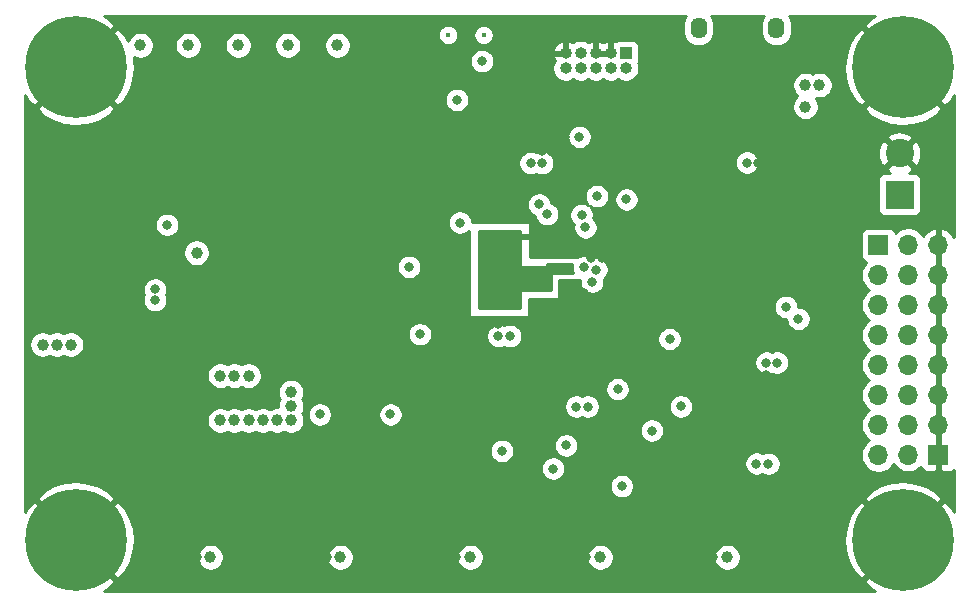
<source format=gbr>
G04 #@! TF.GenerationSoftware,KiCad,Pcbnew,(5.1.5)-3*
G04 #@! TF.CreationDate,2020-05-21T19:58:44+02:00*
G04 #@! TF.ProjectId,HadesNT,48616465-734e-4542-9e6b-696361645f70,rev?*
G04 #@! TF.SameCoordinates,Original*
G04 #@! TF.FileFunction,Copper,L2,Inr*
G04 #@! TF.FilePolarity,Positive*
%FSLAX46Y46*%
G04 Gerber Fmt 4.6, Leading zero omitted, Abs format (unit mm)*
G04 Created by KiCad (PCBNEW (5.1.5)-3) date 2020-05-21 19:58:44*
%MOMM*%
%LPD*%
G04 APERTURE LIST*
%ADD10C,2.400000*%
%ADD11R,2.400000X2.400000*%
%ADD12O,1.400000X1.800000*%
%ADD13C,0.900000*%
%ADD14C,8.600000*%
%ADD15R,1.000000X1.000000*%
%ADD16O,1.000000X1.000000*%
%ADD17R,1.700000X1.700000*%
%ADD18O,1.700000X1.700000*%
%ADD19C,0.450000*%
%ADD20C,1.000000*%
%ADD21C,0.800000*%
%ADD22C,0.500000*%
%ADD23C,0.254000*%
G04 APERTURE END LIST*
D10*
X94725000Y-32275000D03*
D11*
X94725000Y-35775000D03*
D12*
X84300000Y-21675000D03*
X77700000Y-21675000D03*
D13*
X27280419Y-22719581D03*
X25000000Y-21775000D03*
X22719581Y-22719581D03*
X21775000Y-25000000D03*
X22719581Y-27280419D03*
X25000000Y-28225000D03*
X27280419Y-27280419D03*
X28225000Y-25000000D03*
D14*
X25000000Y-25000000D03*
X25000000Y-65000000D03*
D13*
X28225000Y-65000000D03*
X27280419Y-67280419D03*
X25000000Y-68225000D03*
X22719581Y-67280419D03*
X21775000Y-65000000D03*
X22719581Y-62719581D03*
X25000000Y-61775000D03*
X27280419Y-62719581D03*
X97280419Y-62719581D03*
X95000000Y-61775000D03*
X92719581Y-62719581D03*
X91775000Y-65000000D03*
X92719581Y-67280419D03*
X95000000Y-68225000D03*
X97280419Y-67280419D03*
X98225000Y-65000000D03*
D14*
X95000000Y-65000000D03*
X95000000Y-25000000D03*
D13*
X98225000Y-25000000D03*
X97280419Y-27280419D03*
X95000000Y-28225000D03*
X92719581Y-27280419D03*
X91775000Y-25000000D03*
X92719581Y-22719581D03*
X95000000Y-21775000D03*
X97280419Y-22719581D03*
D15*
X71540000Y-23800000D03*
D16*
X71540000Y-25070000D03*
X70270000Y-23800000D03*
X70270000Y-25070000D03*
X69000000Y-23800000D03*
X69000000Y-25070000D03*
X67730000Y-23800000D03*
X67730000Y-25070000D03*
X66460000Y-23800000D03*
X66460000Y-25070000D03*
D17*
X98000000Y-57800000D03*
D18*
X95460000Y-57800000D03*
X98000000Y-55260000D03*
X95460000Y-55260000D03*
X98000000Y-52720000D03*
X95460000Y-52720000D03*
X98000000Y-50180000D03*
X95460000Y-50180000D03*
X98000000Y-47640000D03*
X95460000Y-47640000D03*
X98000000Y-45100000D03*
X95460000Y-45100000D03*
X98000000Y-42560000D03*
X95460000Y-42560000D03*
X98000000Y-40020000D03*
X95460000Y-40020000D03*
D17*
X92925000Y-40050000D03*
D18*
X92925000Y-42590000D03*
X92925000Y-45130000D03*
X92925000Y-47670000D03*
X92925000Y-50210000D03*
X92925000Y-52750000D03*
X92925000Y-55290000D03*
X92925000Y-57830000D03*
D19*
X59500000Y-22250000D03*
X56500000Y-22250000D03*
D20*
X40800000Y-48800000D03*
X39600000Y-51100000D03*
D21*
X74000000Y-60450000D03*
X79125000Y-28275000D03*
X78750000Y-26000000D03*
X77750000Y-26000000D03*
X76750000Y-26000000D03*
X76750000Y-27000000D03*
X77750000Y-27000000D03*
X78750000Y-27000000D03*
X26000000Y-33500000D03*
X27000000Y-33500000D03*
X28000000Y-33500000D03*
X26000000Y-32500000D03*
X27000000Y-32500000D03*
X28000000Y-32500000D03*
X26000000Y-31500000D03*
X27000000Y-31500000D03*
X28000000Y-31500000D03*
X81300000Y-53650000D03*
X82500000Y-51900000D03*
X83440000Y-51030000D03*
X85390000Y-35210000D03*
X83670000Y-34000000D03*
X82770000Y-33070000D03*
X69490000Y-32810000D03*
X69470000Y-31800000D03*
X65280000Y-30850000D03*
X66420000Y-30860000D03*
X68558191Y-41107102D03*
X67990000Y-45040000D03*
X67990000Y-44120000D03*
X66450000Y-52800000D03*
X66450000Y-51800000D03*
X28700000Y-39400000D03*
X27700000Y-39400000D03*
D20*
X42000000Y-48800000D03*
X43200000Y-48800000D03*
X43200000Y-50000000D03*
X39700000Y-48800000D03*
X23800000Y-56700000D03*
X25200000Y-56700000D03*
X26900000Y-56700000D03*
X28200000Y-56700000D03*
X29800000Y-56700000D03*
X31200000Y-56700000D03*
X30800000Y-50300000D03*
X32200000Y-50300000D03*
X33100000Y-48900000D03*
X38250000Y-40725000D03*
D21*
X32450000Y-42700000D03*
X62600000Y-58975000D03*
X62000000Y-55600000D03*
X77950000Y-55050000D03*
X77025000Y-55050000D03*
X64450000Y-32070000D03*
X69500000Y-41107102D03*
X62250000Y-39350000D03*
X59475000Y-44850000D03*
X52300000Y-40600000D03*
X51300000Y-47600000D03*
D20*
X35120000Y-66470000D03*
X46120000Y-66470000D03*
X57120000Y-66470000D03*
X68130000Y-66470000D03*
X78880000Y-66470000D03*
D21*
X49100000Y-54120000D03*
X55100000Y-54120000D03*
X57750000Y-39750000D03*
X57750000Y-40750000D03*
X57750000Y-41750000D03*
X57750000Y-42750000D03*
X57750000Y-43750000D03*
X57750000Y-44750000D03*
X57750000Y-45750000D03*
X57750000Y-46750000D03*
X58750000Y-46750000D03*
X59750000Y-46750000D03*
X60750000Y-46750000D03*
X72250000Y-51800000D03*
X72250000Y-53000000D03*
X38525000Y-26260000D03*
X42720000Y-26260000D03*
X46920000Y-26260000D03*
X51130000Y-26260000D03*
D20*
X30450000Y-24680000D03*
X38580000Y-45640000D03*
X38580000Y-46850000D03*
D21*
X49660000Y-46150000D03*
X60750000Y-47750000D03*
X61750000Y-47750000D03*
X67610000Y-30880000D03*
X64450000Y-33100000D03*
X67990000Y-41930000D03*
X68120000Y-38550000D03*
X83440000Y-50000000D03*
X84350000Y-50000000D03*
X68320000Y-53720000D03*
X67350000Y-53720000D03*
X76200000Y-53700000D03*
X31700000Y-44700000D03*
X31700000Y-43800000D03*
D20*
X38400000Y-51100000D03*
X37200000Y-51100000D03*
X37200000Y-54900000D03*
X38400000Y-54900000D03*
X39600000Y-54900000D03*
X40800000Y-54900000D03*
X42000000Y-54900000D03*
X43200000Y-54900000D03*
X43200000Y-53700000D03*
X43200000Y-52500000D03*
X35200000Y-40700000D03*
D21*
X32700000Y-38325000D03*
X63475000Y-33100000D03*
X65400000Y-58975000D03*
X61050000Y-57475000D03*
X71200000Y-60450000D03*
X53200000Y-41900000D03*
X54100000Y-47600000D03*
D20*
X36380000Y-66470000D03*
X47370000Y-66480000D03*
X58380000Y-66480000D03*
X69370000Y-66480000D03*
X80130000Y-66480000D03*
D21*
X45630000Y-54390000D03*
X51620000Y-54390000D03*
D20*
X34500000Y-23125000D03*
X30450000Y-23125000D03*
X38725000Y-23125000D03*
X42925000Y-23125000D03*
X47125000Y-23125000D03*
D21*
X69060000Y-42130000D03*
X81800000Y-33070000D03*
X59370000Y-24470000D03*
X54870000Y-24470000D03*
D20*
X86750000Y-28325000D03*
D21*
X68700000Y-43150000D03*
D20*
X23360000Y-48470000D03*
X24540000Y-48470000D03*
X22160000Y-48470000D03*
X87925000Y-26500000D03*
X86750000Y-26500000D03*
D21*
X82600000Y-58550000D03*
X85100000Y-45275000D03*
X83614489Y-58560839D03*
X86150000Y-46300000D03*
X57250000Y-27750000D03*
X71600000Y-36175000D03*
X73750000Y-55750000D03*
X75250000Y-48000000D03*
X66500000Y-57000000D03*
X70846685Y-52250000D03*
X67800000Y-37500000D03*
X64877987Y-37422013D03*
X57500000Y-38146685D03*
X64200000Y-36600000D03*
X69100000Y-35899502D03*
D22*
X62250000Y-39350000D02*
X63650000Y-39350000D01*
D23*
G36*
X62623000Y-41750000D02*
G01*
X62625440Y-41774776D01*
X62632667Y-41798601D01*
X62644403Y-41820557D01*
X62660197Y-41839803D01*
X62679443Y-41855597D01*
X62701399Y-41867333D01*
X62725224Y-41874560D01*
X62750000Y-41877000D01*
X64750000Y-41877000D01*
X64774776Y-41874560D01*
X64798601Y-41867333D01*
X64820557Y-41855597D01*
X64839803Y-41839803D01*
X64855597Y-41820557D01*
X64867333Y-41798601D01*
X64874560Y-41774776D01*
X64877000Y-41750000D01*
X64877000Y-41627000D01*
X66995230Y-41627000D01*
X66994774Y-41628102D01*
X66955000Y-41828061D01*
X66955000Y-42031939D01*
X66994774Y-42231898D01*
X67053221Y-42373000D01*
X65325000Y-42373000D01*
X65300224Y-42375440D01*
X65276399Y-42382667D01*
X65254443Y-42394403D01*
X65235197Y-42410197D01*
X65219403Y-42429443D01*
X65207667Y-42451399D01*
X65200440Y-42475224D01*
X65198000Y-42500000D01*
X65198000Y-43873000D01*
X62750000Y-43873000D01*
X62725224Y-43875440D01*
X62701399Y-43882667D01*
X62679443Y-43894403D01*
X62660197Y-43910197D01*
X62644403Y-43929443D01*
X62632667Y-43951399D01*
X62625440Y-43975224D01*
X62623000Y-44000000D01*
X62623000Y-45373000D01*
X59127000Y-45373000D01*
X59127000Y-38877000D01*
X62623000Y-38877000D01*
X62623000Y-41750000D01*
G37*
X62623000Y-41750000D02*
X62625440Y-41774776D01*
X62632667Y-41798601D01*
X62644403Y-41820557D01*
X62660197Y-41839803D01*
X62679443Y-41855597D01*
X62701399Y-41867333D01*
X62725224Y-41874560D01*
X62750000Y-41877000D01*
X64750000Y-41877000D01*
X64774776Y-41874560D01*
X64798601Y-41867333D01*
X64820557Y-41855597D01*
X64839803Y-41839803D01*
X64855597Y-41820557D01*
X64867333Y-41798601D01*
X64874560Y-41774776D01*
X64877000Y-41750000D01*
X64877000Y-41627000D01*
X66995230Y-41627000D01*
X66994774Y-41628102D01*
X66955000Y-41828061D01*
X66955000Y-42031939D01*
X66994774Y-42231898D01*
X67053221Y-42373000D01*
X65325000Y-42373000D01*
X65300224Y-42375440D01*
X65276399Y-42382667D01*
X65254443Y-42394403D01*
X65235197Y-42410197D01*
X65219403Y-42429443D01*
X65207667Y-42451399D01*
X65200440Y-42475224D01*
X65198000Y-42500000D01*
X65198000Y-43873000D01*
X62750000Y-43873000D01*
X62725224Y-43875440D01*
X62701399Y-43882667D01*
X62679443Y-43894403D01*
X62660197Y-43910197D01*
X62644403Y-43929443D01*
X62632667Y-43951399D01*
X62625440Y-43975224D01*
X62623000Y-44000000D01*
X62623000Y-45373000D01*
X59127000Y-45373000D01*
X59127000Y-38877000D01*
X62623000Y-38877000D01*
X62623000Y-41750000D01*
G36*
X76584618Y-20729725D02*
G01*
X76460653Y-20961646D01*
X76384317Y-21213294D01*
X76365000Y-21409421D01*
X76365000Y-21940578D01*
X76384317Y-22136705D01*
X76460653Y-22388353D01*
X76584618Y-22620274D01*
X76751445Y-22823555D01*
X76954725Y-22990382D01*
X77186646Y-23114347D01*
X77438294Y-23190683D01*
X77700000Y-23216459D01*
X77961705Y-23190683D01*
X78213353Y-23114347D01*
X78445274Y-22990382D01*
X78648555Y-22823555D01*
X78815382Y-22620275D01*
X78939347Y-22388354D01*
X79015683Y-22136706D01*
X79035000Y-21940579D01*
X79035000Y-21409422D01*
X79015683Y-21213295D01*
X78939347Y-20961647D01*
X78815382Y-20729725D01*
X78758160Y-20660000D01*
X83241840Y-20660000D01*
X83184618Y-20729725D01*
X83060653Y-20961646D01*
X82984317Y-21213294D01*
X82965000Y-21409421D01*
X82965000Y-21940578D01*
X82984317Y-22136705D01*
X83060653Y-22388353D01*
X83184618Y-22620274D01*
X83351445Y-22823555D01*
X83554725Y-22990382D01*
X83786646Y-23114347D01*
X84038294Y-23190683D01*
X84300000Y-23216459D01*
X84561705Y-23190683D01*
X84813353Y-23114347D01*
X85045274Y-22990382D01*
X85248555Y-22823555D01*
X85415382Y-22620275D01*
X85539347Y-22388354D01*
X85615683Y-22136706D01*
X85635000Y-21940579D01*
X85635000Y-21409422D01*
X85615683Y-21213295D01*
X85539347Y-20961647D01*
X85415382Y-20729725D01*
X85358160Y-20660000D01*
X92648907Y-20660000D01*
X92301560Y-20839606D01*
X92188946Y-20914851D01*
X91696787Y-21517182D01*
X95000000Y-24820395D01*
X95014143Y-24806253D01*
X95193748Y-24985858D01*
X95179605Y-25000000D01*
X98482818Y-28303213D01*
X99085149Y-27811054D01*
X99340000Y-27349534D01*
X99340000Y-39396599D01*
X99271641Y-39253080D01*
X99097588Y-39019731D01*
X98881355Y-38824822D01*
X98631252Y-38675843D01*
X98356891Y-38578519D01*
X98127000Y-38699186D01*
X98127000Y-39893000D01*
X98147000Y-39893000D01*
X98147000Y-40147000D01*
X98127000Y-40147000D01*
X98127000Y-42433000D01*
X98147000Y-42433000D01*
X98147000Y-42687000D01*
X98127000Y-42687000D01*
X98127000Y-44973000D01*
X98147000Y-44973000D01*
X98147000Y-45227000D01*
X98127000Y-45227000D01*
X98127000Y-47513000D01*
X98147000Y-47513000D01*
X98147000Y-47767000D01*
X98127000Y-47767000D01*
X98127000Y-50053000D01*
X98147000Y-50053000D01*
X98147000Y-50307000D01*
X98127000Y-50307000D01*
X98127000Y-52593000D01*
X98147000Y-52593000D01*
X98147000Y-52847000D01*
X98127000Y-52847000D01*
X98127000Y-55133000D01*
X98147000Y-55133000D01*
X98147000Y-55387000D01*
X98127000Y-55387000D01*
X98127000Y-57673000D01*
X98147000Y-57673000D01*
X98147000Y-57927000D01*
X98127000Y-57927000D01*
X98127000Y-59126250D01*
X98285750Y-59285000D01*
X98850000Y-59288072D01*
X98974482Y-59275812D01*
X99094180Y-59239502D01*
X99204494Y-59180537D01*
X99301185Y-59101185D01*
X99340001Y-59053888D01*
X99340001Y-62648909D01*
X99160394Y-62301560D01*
X99085149Y-62188946D01*
X98482818Y-61696787D01*
X95179605Y-65000000D01*
X95193748Y-65014143D01*
X95014143Y-65193748D01*
X95000000Y-65179605D01*
X91696787Y-68482818D01*
X92188946Y-69085149D01*
X92650466Y-69340000D01*
X27351093Y-69340000D01*
X27698440Y-69160394D01*
X27811054Y-69085149D01*
X28303213Y-68482818D01*
X25000000Y-65179605D01*
X24985858Y-65193748D01*
X24806253Y-65014143D01*
X24820395Y-65000000D01*
X25179605Y-65000000D01*
X28482818Y-68303213D01*
X29085149Y-67811054D01*
X29555063Y-66960067D01*
X29746647Y-66358212D01*
X35245000Y-66358212D01*
X35245000Y-66581788D01*
X35288617Y-66801067D01*
X35374176Y-67007624D01*
X35498388Y-67193520D01*
X35656480Y-67351612D01*
X35842376Y-67475824D01*
X36048933Y-67561383D01*
X36268212Y-67605000D01*
X36491788Y-67605000D01*
X36711067Y-67561383D01*
X36917624Y-67475824D01*
X37103520Y-67351612D01*
X37261612Y-67193520D01*
X37385824Y-67007624D01*
X37471383Y-66801067D01*
X37515000Y-66581788D01*
X37515000Y-66368212D01*
X46235000Y-66368212D01*
X46235000Y-66591788D01*
X46278617Y-66811067D01*
X46364176Y-67017624D01*
X46488388Y-67203520D01*
X46646480Y-67361612D01*
X46832376Y-67485824D01*
X47038933Y-67571383D01*
X47258212Y-67615000D01*
X47481788Y-67615000D01*
X47701067Y-67571383D01*
X47907624Y-67485824D01*
X48093520Y-67361612D01*
X48251612Y-67203520D01*
X48375824Y-67017624D01*
X48461383Y-66811067D01*
X48505000Y-66591788D01*
X48505000Y-66368212D01*
X57245000Y-66368212D01*
X57245000Y-66591788D01*
X57288617Y-66811067D01*
X57374176Y-67017624D01*
X57498388Y-67203520D01*
X57656480Y-67361612D01*
X57842376Y-67485824D01*
X58048933Y-67571383D01*
X58268212Y-67615000D01*
X58491788Y-67615000D01*
X58711067Y-67571383D01*
X58917624Y-67485824D01*
X59103520Y-67361612D01*
X59261612Y-67203520D01*
X59385824Y-67017624D01*
X59471383Y-66811067D01*
X59515000Y-66591788D01*
X59515000Y-66368212D01*
X68235000Y-66368212D01*
X68235000Y-66591788D01*
X68278617Y-66811067D01*
X68364176Y-67017624D01*
X68488388Y-67203520D01*
X68646480Y-67361612D01*
X68832376Y-67485824D01*
X69038933Y-67571383D01*
X69258212Y-67615000D01*
X69481788Y-67615000D01*
X69701067Y-67571383D01*
X69907624Y-67485824D01*
X70093520Y-67361612D01*
X70251612Y-67203520D01*
X70375824Y-67017624D01*
X70461383Y-66811067D01*
X70505000Y-66591788D01*
X70505000Y-66368212D01*
X78995000Y-66368212D01*
X78995000Y-66591788D01*
X79038617Y-66811067D01*
X79124176Y-67017624D01*
X79248388Y-67203520D01*
X79406480Y-67361612D01*
X79592376Y-67485824D01*
X79798933Y-67571383D01*
X80018212Y-67615000D01*
X80241788Y-67615000D01*
X80461067Y-67571383D01*
X80667624Y-67485824D01*
X80853520Y-67361612D01*
X81011612Y-67203520D01*
X81135824Y-67017624D01*
X81221383Y-66811067D01*
X81265000Y-66591788D01*
X81265000Y-66368212D01*
X81221383Y-66148933D01*
X81135824Y-65942376D01*
X81011612Y-65756480D01*
X80853520Y-65598388D01*
X80667624Y-65474176D01*
X80461067Y-65388617D01*
X80241788Y-65345000D01*
X80018212Y-65345000D01*
X79798933Y-65388617D01*
X79592376Y-65474176D01*
X79406480Y-65598388D01*
X79248388Y-65756480D01*
X79124176Y-65942376D01*
X79038617Y-66148933D01*
X78995000Y-66368212D01*
X70505000Y-66368212D01*
X70461383Y-66148933D01*
X70375824Y-65942376D01*
X70251612Y-65756480D01*
X70093520Y-65598388D01*
X69907624Y-65474176D01*
X69701067Y-65388617D01*
X69481788Y-65345000D01*
X69258212Y-65345000D01*
X69038933Y-65388617D01*
X68832376Y-65474176D01*
X68646480Y-65598388D01*
X68488388Y-65756480D01*
X68364176Y-65942376D01*
X68278617Y-66148933D01*
X68235000Y-66368212D01*
X59515000Y-66368212D01*
X59471383Y-66148933D01*
X59385824Y-65942376D01*
X59261612Y-65756480D01*
X59103520Y-65598388D01*
X58917624Y-65474176D01*
X58711067Y-65388617D01*
X58491788Y-65345000D01*
X58268212Y-65345000D01*
X58048933Y-65388617D01*
X57842376Y-65474176D01*
X57656480Y-65598388D01*
X57498388Y-65756480D01*
X57374176Y-65942376D01*
X57288617Y-66148933D01*
X57245000Y-66368212D01*
X48505000Y-66368212D01*
X48461383Y-66148933D01*
X48375824Y-65942376D01*
X48251612Y-65756480D01*
X48093520Y-65598388D01*
X47907624Y-65474176D01*
X47701067Y-65388617D01*
X47481788Y-65345000D01*
X47258212Y-65345000D01*
X47038933Y-65388617D01*
X46832376Y-65474176D01*
X46646480Y-65598388D01*
X46488388Y-65756480D01*
X46364176Y-65942376D01*
X46278617Y-66148933D01*
X46235000Y-66368212D01*
X37515000Y-66368212D01*
X37515000Y-66358212D01*
X37471383Y-66138933D01*
X37385824Y-65932376D01*
X37261612Y-65746480D01*
X37103520Y-65588388D01*
X36917624Y-65464176D01*
X36711067Y-65378617D01*
X36491788Y-65335000D01*
X36268212Y-65335000D01*
X36048933Y-65378617D01*
X35842376Y-65464176D01*
X35656480Y-65588388D01*
X35498388Y-65746480D01*
X35374176Y-65932376D01*
X35288617Y-66138933D01*
X35245000Y-66358212D01*
X29746647Y-66358212D01*
X29849929Y-66033757D01*
X29958414Y-65067719D01*
X29946940Y-64932281D01*
X90041586Y-64932281D01*
X90123649Y-65900921D01*
X90393107Y-66834938D01*
X90839606Y-67698440D01*
X90914851Y-67811054D01*
X91517182Y-68303213D01*
X94820395Y-65000000D01*
X91517182Y-61696787D01*
X90914851Y-62188946D01*
X90444937Y-63039933D01*
X90150071Y-63966243D01*
X90041586Y-64932281D01*
X29946940Y-64932281D01*
X29876351Y-64099079D01*
X29606893Y-63165062D01*
X29160394Y-62301560D01*
X29085149Y-62188946D01*
X28482818Y-61696787D01*
X25179605Y-65000000D01*
X24820395Y-65000000D01*
X21517182Y-61696787D01*
X20914851Y-62188946D01*
X20660000Y-62650466D01*
X20660000Y-61517182D01*
X21696787Y-61517182D01*
X25000000Y-64820395D01*
X28303213Y-61517182D01*
X91696787Y-61517182D01*
X95000000Y-64820395D01*
X98303213Y-61517182D01*
X97811054Y-60914851D01*
X96960067Y-60444937D01*
X96033757Y-60150071D01*
X95067719Y-60041586D01*
X94099079Y-60123649D01*
X93165062Y-60393107D01*
X92301560Y-60839606D01*
X92188946Y-60914851D01*
X91696787Y-61517182D01*
X28303213Y-61517182D01*
X27811054Y-60914851D01*
X26960067Y-60444937D01*
X26655735Y-60348061D01*
X70165000Y-60348061D01*
X70165000Y-60551939D01*
X70204774Y-60751898D01*
X70282795Y-60940256D01*
X70396063Y-61109774D01*
X70540226Y-61253937D01*
X70709744Y-61367205D01*
X70898102Y-61445226D01*
X71098061Y-61485000D01*
X71301939Y-61485000D01*
X71501898Y-61445226D01*
X71690256Y-61367205D01*
X71859774Y-61253937D01*
X72003937Y-61109774D01*
X72117205Y-60940256D01*
X72195226Y-60751898D01*
X72235000Y-60551939D01*
X72235000Y-60348061D01*
X72195226Y-60148102D01*
X72117205Y-59959744D01*
X72003937Y-59790226D01*
X71859774Y-59646063D01*
X71690256Y-59532795D01*
X71501898Y-59454774D01*
X71301939Y-59415000D01*
X71098061Y-59415000D01*
X70898102Y-59454774D01*
X70709744Y-59532795D01*
X70540226Y-59646063D01*
X70396063Y-59790226D01*
X70282795Y-59959744D01*
X70204774Y-60148102D01*
X70165000Y-60348061D01*
X26655735Y-60348061D01*
X26033757Y-60150071D01*
X25067719Y-60041586D01*
X24099079Y-60123649D01*
X23165062Y-60393107D01*
X22301560Y-60839606D01*
X22188946Y-60914851D01*
X21696787Y-61517182D01*
X20660000Y-61517182D01*
X20660000Y-58873061D01*
X64365000Y-58873061D01*
X64365000Y-59076939D01*
X64404774Y-59276898D01*
X64482795Y-59465256D01*
X64596063Y-59634774D01*
X64740226Y-59778937D01*
X64909744Y-59892205D01*
X65098102Y-59970226D01*
X65298061Y-60010000D01*
X65501939Y-60010000D01*
X65701898Y-59970226D01*
X65890256Y-59892205D01*
X66059774Y-59778937D01*
X66203937Y-59634774D01*
X66317205Y-59465256D01*
X66395226Y-59276898D01*
X66435000Y-59076939D01*
X66435000Y-58873061D01*
X66395226Y-58673102D01*
X66317205Y-58484744D01*
X66292695Y-58448061D01*
X81565000Y-58448061D01*
X81565000Y-58651939D01*
X81604774Y-58851898D01*
X81682795Y-59040256D01*
X81796063Y-59209774D01*
X81940226Y-59353937D01*
X82109744Y-59467205D01*
X82298102Y-59545226D01*
X82498061Y-59585000D01*
X82701939Y-59585000D01*
X82901898Y-59545226D01*
X83090256Y-59467205D01*
X83099134Y-59461273D01*
X83124233Y-59478044D01*
X83312591Y-59556065D01*
X83512550Y-59595839D01*
X83716428Y-59595839D01*
X83916387Y-59556065D01*
X84104745Y-59478044D01*
X84274263Y-59364776D01*
X84418426Y-59220613D01*
X84531694Y-59051095D01*
X84609715Y-58862737D01*
X84649489Y-58662778D01*
X84649489Y-58458900D01*
X84609715Y-58258941D01*
X84531694Y-58070583D01*
X84418426Y-57901065D01*
X84274263Y-57756902D01*
X84104745Y-57643634D01*
X83916387Y-57565613D01*
X83716428Y-57525839D01*
X83512550Y-57525839D01*
X83312591Y-57565613D01*
X83124233Y-57643634D01*
X83115355Y-57649566D01*
X83090256Y-57632795D01*
X82901898Y-57554774D01*
X82701939Y-57515000D01*
X82498061Y-57515000D01*
X82298102Y-57554774D01*
X82109744Y-57632795D01*
X81940226Y-57746063D01*
X81796063Y-57890226D01*
X81682795Y-58059744D01*
X81604774Y-58248102D01*
X81565000Y-58448061D01*
X66292695Y-58448061D01*
X66203937Y-58315226D01*
X66059774Y-58171063D01*
X65890256Y-58057795D01*
X65701898Y-57979774D01*
X65501939Y-57940000D01*
X65298061Y-57940000D01*
X65098102Y-57979774D01*
X64909744Y-58057795D01*
X64740226Y-58171063D01*
X64596063Y-58315226D01*
X64482795Y-58484744D01*
X64404774Y-58673102D01*
X64365000Y-58873061D01*
X20660000Y-58873061D01*
X20660000Y-57373061D01*
X60015000Y-57373061D01*
X60015000Y-57576939D01*
X60054774Y-57776898D01*
X60132795Y-57965256D01*
X60246063Y-58134774D01*
X60390226Y-58278937D01*
X60559744Y-58392205D01*
X60748102Y-58470226D01*
X60948061Y-58510000D01*
X61151939Y-58510000D01*
X61351898Y-58470226D01*
X61540256Y-58392205D01*
X61709774Y-58278937D01*
X61853937Y-58134774D01*
X61967205Y-57965256D01*
X62045226Y-57776898D01*
X62085000Y-57576939D01*
X62085000Y-57373061D01*
X62045226Y-57173102D01*
X61967205Y-56984744D01*
X61909286Y-56898061D01*
X65465000Y-56898061D01*
X65465000Y-57101939D01*
X65504774Y-57301898D01*
X65582795Y-57490256D01*
X65696063Y-57659774D01*
X65840226Y-57803937D01*
X66009744Y-57917205D01*
X66198102Y-57995226D01*
X66398061Y-58035000D01*
X66601939Y-58035000D01*
X66801898Y-57995226D01*
X66990256Y-57917205D01*
X67159774Y-57803937D01*
X67303937Y-57659774D01*
X67417205Y-57490256D01*
X67495226Y-57301898D01*
X67535000Y-57101939D01*
X67535000Y-56898061D01*
X67495226Y-56698102D01*
X67417205Y-56509744D01*
X67303937Y-56340226D01*
X67159774Y-56196063D01*
X66990256Y-56082795D01*
X66801898Y-56004774D01*
X66601939Y-55965000D01*
X66398061Y-55965000D01*
X66198102Y-56004774D01*
X66009744Y-56082795D01*
X65840226Y-56196063D01*
X65696063Y-56340226D01*
X65582795Y-56509744D01*
X65504774Y-56698102D01*
X65465000Y-56898061D01*
X61909286Y-56898061D01*
X61853937Y-56815226D01*
X61709774Y-56671063D01*
X61540256Y-56557795D01*
X61351898Y-56479774D01*
X61151939Y-56440000D01*
X60948061Y-56440000D01*
X60748102Y-56479774D01*
X60559744Y-56557795D01*
X60390226Y-56671063D01*
X60246063Y-56815226D01*
X60132795Y-56984744D01*
X60054774Y-57173102D01*
X60015000Y-57373061D01*
X20660000Y-57373061D01*
X20660000Y-54788212D01*
X36065000Y-54788212D01*
X36065000Y-55011788D01*
X36108617Y-55231067D01*
X36194176Y-55437624D01*
X36318388Y-55623520D01*
X36476480Y-55781612D01*
X36662376Y-55905824D01*
X36868933Y-55991383D01*
X37088212Y-56035000D01*
X37311788Y-56035000D01*
X37531067Y-55991383D01*
X37737624Y-55905824D01*
X37800000Y-55864146D01*
X37862376Y-55905824D01*
X38068933Y-55991383D01*
X38288212Y-56035000D01*
X38511788Y-56035000D01*
X38731067Y-55991383D01*
X38937624Y-55905824D01*
X39000000Y-55864146D01*
X39062376Y-55905824D01*
X39268933Y-55991383D01*
X39488212Y-56035000D01*
X39711788Y-56035000D01*
X39931067Y-55991383D01*
X40137624Y-55905824D01*
X40200000Y-55864146D01*
X40262376Y-55905824D01*
X40468933Y-55991383D01*
X40688212Y-56035000D01*
X40911788Y-56035000D01*
X41131067Y-55991383D01*
X41337624Y-55905824D01*
X41400000Y-55864146D01*
X41462376Y-55905824D01*
X41668933Y-55991383D01*
X41888212Y-56035000D01*
X42111788Y-56035000D01*
X42331067Y-55991383D01*
X42537624Y-55905824D01*
X42600000Y-55864146D01*
X42662376Y-55905824D01*
X42868933Y-55991383D01*
X43088212Y-56035000D01*
X43311788Y-56035000D01*
X43531067Y-55991383D01*
X43737624Y-55905824D01*
X43923520Y-55781612D01*
X44057071Y-55648061D01*
X72715000Y-55648061D01*
X72715000Y-55851939D01*
X72754774Y-56051898D01*
X72832795Y-56240256D01*
X72946063Y-56409774D01*
X73090226Y-56553937D01*
X73259744Y-56667205D01*
X73448102Y-56745226D01*
X73648061Y-56785000D01*
X73851939Y-56785000D01*
X74051898Y-56745226D01*
X74240256Y-56667205D01*
X74409774Y-56553937D01*
X74553937Y-56409774D01*
X74667205Y-56240256D01*
X74745226Y-56051898D01*
X74785000Y-55851939D01*
X74785000Y-55648061D01*
X74745226Y-55448102D01*
X74667205Y-55259744D01*
X74553937Y-55090226D01*
X74409774Y-54946063D01*
X74240256Y-54832795D01*
X74051898Y-54754774D01*
X73851939Y-54715000D01*
X73648061Y-54715000D01*
X73448102Y-54754774D01*
X73259744Y-54832795D01*
X73090226Y-54946063D01*
X72946063Y-55090226D01*
X72832795Y-55259744D01*
X72754774Y-55448102D01*
X72715000Y-55648061D01*
X44057071Y-55648061D01*
X44081612Y-55623520D01*
X44205824Y-55437624D01*
X44291383Y-55231067D01*
X44335000Y-55011788D01*
X44335000Y-54788212D01*
X44291383Y-54568933D01*
X44205824Y-54362376D01*
X44164146Y-54300000D01*
X44172123Y-54288061D01*
X44595000Y-54288061D01*
X44595000Y-54491939D01*
X44634774Y-54691898D01*
X44712795Y-54880256D01*
X44826063Y-55049774D01*
X44970226Y-55193937D01*
X45139744Y-55307205D01*
X45328102Y-55385226D01*
X45528061Y-55425000D01*
X45731939Y-55425000D01*
X45931898Y-55385226D01*
X46120256Y-55307205D01*
X46289774Y-55193937D01*
X46433937Y-55049774D01*
X46547205Y-54880256D01*
X46625226Y-54691898D01*
X46665000Y-54491939D01*
X46665000Y-54288061D01*
X50585000Y-54288061D01*
X50585000Y-54491939D01*
X50624774Y-54691898D01*
X50702795Y-54880256D01*
X50816063Y-55049774D01*
X50960226Y-55193937D01*
X51129744Y-55307205D01*
X51318102Y-55385226D01*
X51518061Y-55425000D01*
X51721939Y-55425000D01*
X51921898Y-55385226D01*
X52110256Y-55307205D01*
X52279774Y-55193937D01*
X52423937Y-55049774D01*
X52537205Y-54880256D01*
X52615226Y-54691898D01*
X52655000Y-54491939D01*
X52655000Y-54288061D01*
X52615226Y-54088102D01*
X52537205Y-53899744D01*
X52423937Y-53730226D01*
X52311772Y-53618061D01*
X66315000Y-53618061D01*
X66315000Y-53821939D01*
X66354774Y-54021898D01*
X66432795Y-54210256D01*
X66546063Y-54379774D01*
X66690226Y-54523937D01*
X66859744Y-54637205D01*
X67048102Y-54715226D01*
X67248061Y-54755000D01*
X67451939Y-54755000D01*
X67651898Y-54715226D01*
X67835000Y-54639382D01*
X68018102Y-54715226D01*
X68218061Y-54755000D01*
X68421939Y-54755000D01*
X68621898Y-54715226D01*
X68810256Y-54637205D01*
X68979774Y-54523937D01*
X69123937Y-54379774D01*
X69237205Y-54210256D01*
X69315226Y-54021898D01*
X69355000Y-53821939D01*
X69355000Y-53618061D01*
X69351022Y-53598061D01*
X75165000Y-53598061D01*
X75165000Y-53801939D01*
X75204774Y-54001898D01*
X75282795Y-54190256D01*
X75396063Y-54359774D01*
X75540226Y-54503937D01*
X75709744Y-54617205D01*
X75898102Y-54695226D01*
X76098061Y-54735000D01*
X76301939Y-54735000D01*
X76501898Y-54695226D01*
X76690256Y-54617205D01*
X76859774Y-54503937D01*
X77003937Y-54359774D01*
X77117205Y-54190256D01*
X77195226Y-54001898D01*
X77235000Y-53801939D01*
X77235000Y-53598061D01*
X77195226Y-53398102D01*
X77117205Y-53209744D01*
X77003937Y-53040226D01*
X76859774Y-52896063D01*
X76690256Y-52782795D01*
X76501898Y-52704774D01*
X76301939Y-52665000D01*
X76098061Y-52665000D01*
X75898102Y-52704774D01*
X75709744Y-52782795D01*
X75540226Y-52896063D01*
X75396063Y-53040226D01*
X75282795Y-53209744D01*
X75204774Y-53398102D01*
X75165000Y-53598061D01*
X69351022Y-53598061D01*
X69315226Y-53418102D01*
X69237205Y-53229744D01*
X69123937Y-53060226D01*
X68979774Y-52916063D01*
X68810256Y-52802795D01*
X68621898Y-52724774D01*
X68421939Y-52685000D01*
X68218061Y-52685000D01*
X68018102Y-52724774D01*
X67835000Y-52800618D01*
X67651898Y-52724774D01*
X67451939Y-52685000D01*
X67248061Y-52685000D01*
X67048102Y-52724774D01*
X66859744Y-52802795D01*
X66690226Y-52916063D01*
X66546063Y-53060226D01*
X66432795Y-53229744D01*
X66354774Y-53418102D01*
X66315000Y-53618061D01*
X52311772Y-53618061D01*
X52279774Y-53586063D01*
X52110256Y-53472795D01*
X51921898Y-53394774D01*
X51721939Y-53355000D01*
X51518061Y-53355000D01*
X51318102Y-53394774D01*
X51129744Y-53472795D01*
X50960226Y-53586063D01*
X50816063Y-53730226D01*
X50702795Y-53899744D01*
X50624774Y-54088102D01*
X50585000Y-54288061D01*
X46665000Y-54288061D01*
X46625226Y-54088102D01*
X46547205Y-53899744D01*
X46433937Y-53730226D01*
X46289774Y-53586063D01*
X46120256Y-53472795D01*
X45931898Y-53394774D01*
X45731939Y-53355000D01*
X45528061Y-53355000D01*
X45328102Y-53394774D01*
X45139744Y-53472795D01*
X44970226Y-53586063D01*
X44826063Y-53730226D01*
X44712795Y-53899744D01*
X44634774Y-54088102D01*
X44595000Y-54288061D01*
X44172123Y-54288061D01*
X44205824Y-54237624D01*
X44291383Y-54031067D01*
X44335000Y-53811788D01*
X44335000Y-53588212D01*
X44291383Y-53368933D01*
X44205824Y-53162376D01*
X44164146Y-53100000D01*
X44205824Y-53037624D01*
X44291383Y-52831067D01*
X44335000Y-52611788D01*
X44335000Y-52388212D01*
X44291383Y-52168933D01*
X44282738Y-52148061D01*
X69811685Y-52148061D01*
X69811685Y-52351939D01*
X69851459Y-52551898D01*
X69929480Y-52740256D01*
X70042748Y-52909774D01*
X70186911Y-53053937D01*
X70356429Y-53167205D01*
X70544787Y-53245226D01*
X70744746Y-53285000D01*
X70948624Y-53285000D01*
X71148583Y-53245226D01*
X71336941Y-53167205D01*
X71506459Y-53053937D01*
X71650622Y-52909774D01*
X71763890Y-52740256D01*
X71841911Y-52551898D01*
X71881685Y-52351939D01*
X71881685Y-52148061D01*
X71841911Y-51948102D01*
X71763890Y-51759744D01*
X71650622Y-51590226D01*
X71506459Y-51446063D01*
X71336941Y-51332795D01*
X71148583Y-51254774D01*
X70948624Y-51215000D01*
X70744746Y-51215000D01*
X70544787Y-51254774D01*
X70356429Y-51332795D01*
X70186911Y-51446063D01*
X70042748Y-51590226D01*
X69929480Y-51759744D01*
X69851459Y-51948102D01*
X69811685Y-52148061D01*
X44282738Y-52148061D01*
X44205824Y-51962376D01*
X44081612Y-51776480D01*
X43923520Y-51618388D01*
X43737624Y-51494176D01*
X43531067Y-51408617D01*
X43311788Y-51365000D01*
X43088212Y-51365000D01*
X42868933Y-51408617D01*
X42662376Y-51494176D01*
X42476480Y-51618388D01*
X42318388Y-51776480D01*
X42194176Y-51962376D01*
X42108617Y-52168933D01*
X42065000Y-52388212D01*
X42065000Y-52611788D01*
X42108617Y-52831067D01*
X42194176Y-53037624D01*
X42235854Y-53100000D01*
X42194176Y-53162376D01*
X42108617Y-53368933D01*
X42065000Y-53588212D01*
X42065000Y-53765000D01*
X41888212Y-53765000D01*
X41668933Y-53808617D01*
X41462376Y-53894176D01*
X41400000Y-53935854D01*
X41337624Y-53894176D01*
X41131067Y-53808617D01*
X40911788Y-53765000D01*
X40688212Y-53765000D01*
X40468933Y-53808617D01*
X40262376Y-53894176D01*
X40200000Y-53935854D01*
X40137624Y-53894176D01*
X39931067Y-53808617D01*
X39711788Y-53765000D01*
X39488212Y-53765000D01*
X39268933Y-53808617D01*
X39062376Y-53894176D01*
X39000000Y-53935854D01*
X38937624Y-53894176D01*
X38731067Y-53808617D01*
X38511788Y-53765000D01*
X38288212Y-53765000D01*
X38068933Y-53808617D01*
X37862376Y-53894176D01*
X37800000Y-53935854D01*
X37737624Y-53894176D01*
X37531067Y-53808617D01*
X37311788Y-53765000D01*
X37088212Y-53765000D01*
X36868933Y-53808617D01*
X36662376Y-53894176D01*
X36476480Y-54018388D01*
X36318388Y-54176480D01*
X36194176Y-54362376D01*
X36108617Y-54568933D01*
X36065000Y-54788212D01*
X20660000Y-54788212D01*
X20660000Y-50988212D01*
X36065000Y-50988212D01*
X36065000Y-51211788D01*
X36108617Y-51431067D01*
X36194176Y-51637624D01*
X36318388Y-51823520D01*
X36476480Y-51981612D01*
X36662376Y-52105824D01*
X36868933Y-52191383D01*
X37088212Y-52235000D01*
X37311788Y-52235000D01*
X37531067Y-52191383D01*
X37737624Y-52105824D01*
X37800000Y-52064146D01*
X37862376Y-52105824D01*
X38068933Y-52191383D01*
X38288212Y-52235000D01*
X38511788Y-52235000D01*
X38731067Y-52191383D01*
X38937624Y-52105824D01*
X39000000Y-52064146D01*
X39062376Y-52105824D01*
X39268933Y-52191383D01*
X39488212Y-52235000D01*
X39711788Y-52235000D01*
X39931067Y-52191383D01*
X40137624Y-52105824D01*
X40323520Y-51981612D01*
X40481612Y-51823520D01*
X40605824Y-51637624D01*
X40691383Y-51431067D01*
X40735000Y-51211788D01*
X40735000Y-50988212D01*
X40691383Y-50768933D01*
X40605824Y-50562376D01*
X40481612Y-50376480D01*
X40323520Y-50218388D01*
X40137624Y-50094176D01*
X39931067Y-50008617D01*
X39711788Y-49965000D01*
X39488212Y-49965000D01*
X39268933Y-50008617D01*
X39062376Y-50094176D01*
X39000000Y-50135854D01*
X38937624Y-50094176D01*
X38731067Y-50008617D01*
X38511788Y-49965000D01*
X38288212Y-49965000D01*
X38068933Y-50008617D01*
X37862376Y-50094176D01*
X37800000Y-50135854D01*
X37737624Y-50094176D01*
X37531067Y-50008617D01*
X37311788Y-49965000D01*
X37088212Y-49965000D01*
X36868933Y-50008617D01*
X36662376Y-50094176D01*
X36476480Y-50218388D01*
X36318388Y-50376480D01*
X36194176Y-50562376D01*
X36108617Y-50768933D01*
X36065000Y-50988212D01*
X20660000Y-50988212D01*
X20660000Y-49898061D01*
X82405000Y-49898061D01*
X82405000Y-50101939D01*
X82444774Y-50301898D01*
X82522795Y-50490256D01*
X82636063Y-50659774D01*
X82780226Y-50803937D01*
X82949744Y-50917205D01*
X83138102Y-50995226D01*
X83338061Y-51035000D01*
X83541939Y-51035000D01*
X83741898Y-50995226D01*
X83895000Y-50931809D01*
X84048102Y-50995226D01*
X84248061Y-51035000D01*
X84451939Y-51035000D01*
X84651898Y-50995226D01*
X84840256Y-50917205D01*
X85009774Y-50803937D01*
X85153937Y-50659774D01*
X85267205Y-50490256D01*
X85345226Y-50301898D01*
X85385000Y-50101939D01*
X85385000Y-49898061D01*
X85345226Y-49698102D01*
X85267205Y-49509744D01*
X85153937Y-49340226D01*
X85009774Y-49196063D01*
X84840256Y-49082795D01*
X84651898Y-49004774D01*
X84451939Y-48965000D01*
X84248061Y-48965000D01*
X84048102Y-49004774D01*
X83895000Y-49068191D01*
X83741898Y-49004774D01*
X83541939Y-48965000D01*
X83338061Y-48965000D01*
X83138102Y-49004774D01*
X82949744Y-49082795D01*
X82780226Y-49196063D01*
X82636063Y-49340226D01*
X82522795Y-49509744D01*
X82444774Y-49698102D01*
X82405000Y-49898061D01*
X20660000Y-49898061D01*
X20660000Y-48358212D01*
X21025000Y-48358212D01*
X21025000Y-48581788D01*
X21068617Y-48801067D01*
X21154176Y-49007624D01*
X21278388Y-49193520D01*
X21436480Y-49351612D01*
X21622376Y-49475824D01*
X21828933Y-49561383D01*
X22048212Y-49605000D01*
X22271788Y-49605000D01*
X22491067Y-49561383D01*
X22697624Y-49475824D01*
X22760000Y-49434146D01*
X22822376Y-49475824D01*
X23028933Y-49561383D01*
X23248212Y-49605000D01*
X23471788Y-49605000D01*
X23691067Y-49561383D01*
X23897624Y-49475824D01*
X23950000Y-49440827D01*
X24002376Y-49475824D01*
X24208933Y-49561383D01*
X24428212Y-49605000D01*
X24651788Y-49605000D01*
X24871067Y-49561383D01*
X25077624Y-49475824D01*
X25263520Y-49351612D01*
X25421612Y-49193520D01*
X25545824Y-49007624D01*
X25631383Y-48801067D01*
X25675000Y-48581788D01*
X25675000Y-48358212D01*
X25631383Y-48138933D01*
X25545824Y-47932376D01*
X25421612Y-47746480D01*
X25263520Y-47588388D01*
X25128337Y-47498061D01*
X53065000Y-47498061D01*
X53065000Y-47701939D01*
X53104774Y-47901898D01*
X53182795Y-48090256D01*
X53296063Y-48259774D01*
X53440226Y-48403937D01*
X53609744Y-48517205D01*
X53798102Y-48595226D01*
X53998061Y-48635000D01*
X54201939Y-48635000D01*
X54401898Y-48595226D01*
X54590256Y-48517205D01*
X54759774Y-48403937D01*
X54903937Y-48259774D01*
X55017205Y-48090256D01*
X55095226Y-47901898D01*
X55135000Y-47701939D01*
X55135000Y-47648061D01*
X59715000Y-47648061D01*
X59715000Y-47851939D01*
X59754774Y-48051898D01*
X59832795Y-48240256D01*
X59946063Y-48409774D01*
X60090226Y-48553937D01*
X60259744Y-48667205D01*
X60448102Y-48745226D01*
X60648061Y-48785000D01*
X60851939Y-48785000D01*
X61051898Y-48745226D01*
X61240256Y-48667205D01*
X61250000Y-48660694D01*
X61259744Y-48667205D01*
X61448102Y-48745226D01*
X61648061Y-48785000D01*
X61851939Y-48785000D01*
X62051898Y-48745226D01*
X62240256Y-48667205D01*
X62409774Y-48553937D01*
X62553937Y-48409774D01*
X62667205Y-48240256D01*
X62745226Y-48051898D01*
X62775825Y-47898061D01*
X74215000Y-47898061D01*
X74215000Y-48101939D01*
X74254774Y-48301898D01*
X74332795Y-48490256D01*
X74446063Y-48659774D01*
X74590226Y-48803937D01*
X74759744Y-48917205D01*
X74948102Y-48995226D01*
X75148061Y-49035000D01*
X75351939Y-49035000D01*
X75551898Y-48995226D01*
X75740256Y-48917205D01*
X75909774Y-48803937D01*
X76053937Y-48659774D01*
X76167205Y-48490256D01*
X76245226Y-48301898D01*
X76285000Y-48101939D01*
X76285000Y-47898061D01*
X76245226Y-47698102D01*
X76167205Y-47509744D01*
X76053937Y-47340226D01*
X75909774Y-47196063D01*
X75740256Y-47082795D01*
X75551898Y-47004774D01*
X75351939Y-46965000D01*
X75148061Y-46965000D01*
X74948102Y-47004774D01*
X74759744Y-47082795D01*
X74590226Y-47196063D01*
X74446063Y-47340226D01*
X74332795Y-47509744D01*
X74254774Y-47698102D01*
X74215000Y-47898061D01*
X62775825Y-47898061D01*
X62785000Y-47851939D01*
X62785000Y-47648061D01*
X62745226Y-47448102D01*
X62667205Y-47259744D01*
X62553937Y-47090226D01*
X62409774Y-46946063D01*
X62240256Y-46832795D01*
X62051898Y-46754774D01*
X61851939Y-46715000D01*
X61648061Y-46715000D01*
X61448102Y-46754774D01*
X61259744Y-46832795D01*
X61250000Y-46839306D01*
X61240256Y-46832795D01*
X61051898Y-46754774D01*
X60851939Y-46715000D01*
X60648061Y-46715000D01*
X60448102Y-46754774D01*
X60259744Y-46832795D01*
X60090226Y-46946063D01*
X59946063Y-47090226D01*
X59832795Y-47259744D01*
X59754774Y-47448102D01*
X59715000Y-47648061D01*
X55135000Y-47648061D01*
X55135000Y-47498061D01*
X55095226Y-47298102D01*
X55017205Y-47109744D01*
X54903937Y-46940226D01*
X54759774Y-46796063D01*
X54590256Y-46682795D01*
X54401898Y-46604774D01*
X54201939Y-46565000D01*
X53998061Y-46565000D01*
X53798102Y-46604774D01*
X53609744Y-46682795D01*
X53440226Y-46796063D01*
X53296063Y-46940226D01*
X53182795Y-47109744D01*
X53104774Y-47298102D01*
X53065000Y-47498061D01*
X25128337Y-47498061D01*
X25077624Y-47464176D01*
X24871067Y-47378617D01*
X24651788Y-47335000D01*
X24428212Y-47335000D01*
X24208933Y-47378617D01*
X24002376Y-47464176D01*
X23950000Y-47499173D01*
X23897624Y-47464176D01*
X23691067Y-47378617D01*
X23471788Y-47335000D01*
X23248212Y-47335000D01*
X23028933Y-47378617D01*
X22822376Y-47464176D01*
X22760000Y-47505854D01*
X22697624Y-47464176D01*
X22491067Y-47378617D01*
X22271788Y-47335000D01*
X22048212Y-47335000D01*
X21828933Y-47378617D01*
X21622376Y-47464176D01*
X21436480Y-47588388D01*
X21278388Y-47746480D01*
X21154176Y-47932376D01*
X21068617Y-48138933D01*
X21025000Y-48358212D01*
X20660000Y-48358212D01*
X20660000Y-43698061D01*
X30665000Y-43698061D01*
X30665000Y-43901939D01*
X30704774Y-44101898D01*
X30766120Y-44250000D01*
X30704774Y-44398102D01*
X30665000Y-44598061D01*
X30665000Y-44801939D01*
X30704774Y-45001898D01*
X30782795Y-45190256D01*
X30896063Y-45359774D01*
X31040226Y-45503937D01*
X31209744Y-45617205D01*
X31398102Y-45695226D01*
X31598061Y-45735000D01*
X31801939Y-45735000D01*
X32001898Y-45695226D01*
X32190256Y-45617205D01*
X32359774Y-45503937D01*
X32503937Y-45359774D01*
X32617205Y-45190256D01*
X32695226Y-45001898D01*
X32735000Y-44801939D01*
X32735000Y-44598061D01*
X32695226Y-44398102D01*
X32633880Y-44250000D01*
X32695226Y-44101898D01*
X32735000Y-43901939D01*
X32735000Y-43698061D01*
X32695226Y-43498102D01*
X32617205Y-43309744D01*
X32503937Y-43140226D01*
X32359774Y-42996063D01*
X32190256Y-42882795D01*
X32001898Y-42804774D01*
X31801939Y-42765000D01*
X31598061Y-42765000D01*
X31398102Y-42804774D01*
X31209744Y-42882795D01*
X31040226Y-42996063D01*
X30896063Y-43140226D01*
X30782795Y-43309744D01*
X30704774Y-43498102D01*
X30665000Y-43698061D01*
X20660000Y-43698061D01*
X20660000Y-40588212D01*
X34065000Y-40588212D01*
X34065000Y-40811788D01*
X34108617Y-41031067D01*
X34194176Y-41237624D01*
X34318388Y-41423520D01*
X34476480Y-41581612D01*
X34662376Y-41705824D01*
X34868933Y-41791383D01*
X35088212Y-41835000D01*
X35311788Y-41835000D01*
X35497494Y-41798061D01*
X52165000Y-41798061D01*
X52165000Y-42001939D01*
X52204774Y-42201898D01*
X52282795Y-42390256D01*
X52396063Y-42559774D01*
X52540226Y-42703937D01*
X52709744Y-42817205D01*
X52898102Y-42895226D01*
X53098061Y-42935000D01*
X53301939Y-42935000D01*
X53501898Y-42895226D01*
X53690256Y-42817205D01*
X53859774Y-42703937D01*
X54003937Y-42559774D01*
X54117205Y-42390256D01*
X54195226Y-42201898D01*
X54235000Y-42001939D01*
X54235000Y-41798061D01*
X54195226Y-41598102D01*
X54117205Y-41409744D01*
X54003937Y-41240226D01*
X53859774Y-41096063D01*
X53690256Y-40982795D01*
X53501898Y-40904774D01*
X53301939Y-40865000D01*
X53098061Y-40865000D01*
X52898102Y-40904774D01*
X52709744Y-40982795D01*
X52540226Y-41096063D01*
X52396063Y-41240226D01*
X52282795Y-41409744D01*
X52204774Y-41598102D01*
X52165000Y-41798061D01*
X35497494Y-41798061D01*
X35531067Y-41791383D01*
X35737624Y-41705824D01*
X35923520Y-41581612D01*
X36081612Y-41423520D01*
X36205824Y-41237624D01*
X36291383Y-41031067D01*
X36335000Y-40811788D01*
X36335000Y-40588212D01*
X36291383Y-40368933D01*
X36205824Y-40162376D01*
X36081612Y-39976480D01*
X35923520Y-39818388D01*
X35737624Y-39694176D01*
X35531067Y-39608617D01*
X35311788Y-39565000D01*
X35088212Y-39565000D01*
X34868933Y-39608617D01*
X34662376Y-39694176D01*
X34476480Y-39818388D01*
X34318388Y-39976480D01*
X34194176Y-40162376D01*
X34108617Y-40368933D01*
X34065000Y-40588212D01*
X20660000Y-40588212D01*
X20660000Y-38223061D01*
X31665000Y-38223061D01*
X31665000Y-38426939D01*
X31704774Y-38626898D01*
X31782795Y-38815256D01*
X31896063Y-38984774D01*
X32040226Y-39128937D01*
X32209744Y-39242205D01*
X32398102Y-39320226D01*
X32598061Y-39360000D01*
X32801939Y-39360000D01*
X33001898Y-39320226D01*
X33190256Y-39242205D01*
X33359774Y-39128937D01*
X33503937Y-38984774D01*
X33617205Y-38815256D01*
X33695226Y-38626898D01*
X33735000Y-38426939D01*
X33735000Y-38223061D01*
X33699532Y-38044746D01*
X56465000Y-38044746D01*
X56465000Y-38248624D01*
X56504774Y-38448583D01*
X56582795Y-38636941D01*
X56696063Y-38806459D01*
X56840226Y-38950622D01*
X57009744Y-39063890D01*
X57198102Y-39141911D01*
X57398061Y-39181685D01*
X57601939Y-39181685D01*
X57801898Y-39141911D01*
X57990256Y-39063890D01*
X58159774Y-38950622D01*
X58273000Y-38837396D01*
X58273000Y-46000000D01*
X58275440Y-46024776D01*
X58282667Y-46048601D01*
X58294403Y-46070557D01*
X58310197Y-46089803D01*
X58329443Y-46105597D01*
X58351399Y-46117333D01*
X58375224Y-46124560D01*
X58400000Y-46127000D01*
X63250000Y-46127000D01*
X63274776Y-46124560D01*
X63298601Y-46117333D01*
X63320557Y-46105597D01*
X63339803Y-46089803D01*
X63355597Y-46070557D01*
X63367333Y-46048601D01*
X63374560Y-46024776D01*
X63377000Y-46000000D01*
X63377000Y-45173061D01*
X84065000Y-45173061D01*
X84065000Y-45376939D01*
X84104774Y-45576898D01*
X84182795Y-45765256D01*
X84296063Y-45934774D01*
X84440226Y-46078937D01*
X84609744Y-46192205D01*
X84798102Y-46270226D01*
X84998061Y-46310000D01*
X85115000Y-46310000D01*
X85115000Y-46401939D01*
X85154774Y-46601898D01*
X85232795Y-46790256D01*
X85346063Y-46959774D01*
X85490226Y-47103937D01*
X85659744Y-47217205D01*
X85848102Y-47295226D01*
X86048061Y-47335000D01*
X86251939Y-47335000D01*
X86451898Y-47295226D01*
X86640256Y-47217205D01*
X86809774Y-47103937D01*
X86953937Y-46959774D01*
X87067205Y-46790256D01*
X87145226Y-46601898D01*
X87185000Y-46401939D01*
X87185000Y-46198061D01*
X87145226Y-45998102D01*
X87067205Y-45809744D01*
X86953937Y-45640226D01*
X86809774Y-45496063D01*
X86640256Y-45382795D01*
X86451898Y-45304774D01*
X86251939Y-45265000D01*
X86135000Y-45265000D01*
X86135000Y-45173061D01*
X86095226Y-44973102D01*
X86017205Y-44784744D01*
X85903937Y-44615226D01*
X85759774Y-44471063D01*
X85590256Y-44357795D01*
X85401898Y-44279774D01*
X85201939Y-44240000D01*
X84998061Y-44240000D01*
X84798102Y-44279774D01*
X84609744Y-44357795D01*
X84440226Y-44471063D01*
X84296063Y-44615226D01*
X84182795Y-44784744D01*
X84104774Y-44973102D01*
X84065000Y-45173061D01*
X63377000Y-45173061D01*
X63377000Y-44627000D01*
X65750000Y-44627000D01*
X65774776Y-44624560D01*
X65798601Y-44617333D01*
X65820557Y-44605597D01*
X65839803Y-44589803D01*
X65855597Y-44570557D01*
X65867333Y-44548601D01*
X65874560Y-44524776D01*
X65877000Y-44500000D01*
X65877000Y-43027000D01*
X67600000Y-43027000D01*
X67624776Y-43024560D01*
X67648601Y-43017333D01*
X67670557Y-43005597D01*
X67674010Y-43002763D01*
X67665000Y-43048061D01*
X67665000Y-43251939D01*
X67704774Y-43451898D01*
X67782795Y-43640256D01*
X67896063Y-43809774D01*
X68040226Y-43953937D01*
X68209744Y-44067205D01*
X68398102Y-44145226D01*
X68598061Y-44185000D01*
X68801939Y-44185000D01*
X69001898Y-44145226D01*
X69190256Y-44067205D01*
X69359774Y-43953937D01*
X69503937Y-43809774D01*
X69617205Y-43640256D01*
X69695226Y-43451898D01*
X69735000Y-43251939D01*
X69735000Y-43048061D01*
X69713176Y-42938345D01*
X69719774Y-42933937D01*
X69863937Y-42789774D01*
X69977205Y-42620256D01*
X70055226Y-42431898D01*
X70095000Y-42231939D01*
X70095000Y-42028061D01*
X70055226Y-41828102D01*
X69977205Y-41639744D01*
X69863937Y-41470226D01*
X69719774Y-41326063D01*
X69550256Y-41212795D01*
X69361898Y-41134774D01*
X69161939Y-41095000D01*
X68958061Y-41095000D01*
X68758102Y-41134774D01*
X68687662Y-41163951D01*
X68649774Y-41126063D01*
X68480256Y-41012795D01*
X68291898Y-40934774D01*
X68091939Y-40895000D01*
X67888061Y-40895000D01*
X67688102Y-40934774D01*
X67499744Y-41012795D01*
X67409641Y-41073000D01*
X63427000Y-41073000D01*
X63427000Y-38200000D01*
X63424560Y-38175224D01*
X63417333Y-38151399D01*
X63405597Y-38129443D01*
X63389803Y-38110197D01*
X63370557Y-38094403D01*
X63348601Y-38082667D01*
X63324776Y-38075440D01*
X63300000Y-38073000D01*
X58535000Y-38073000D01*
X58535000Y-38044746D01*
X58495226Y-37844787D01*
X58417205Y-37656429D01*
X58303937Y-37486911D01*
X58159774Y-37342748D01*
X57990256Y-37229480D01*
X57801898Y-37151459D01*
X57601939Y-37111685D01*
X57398061Y-37111685D01*
X57198102Y-37151459D01*
X57009744Y-37229480D01*
X56840226Y-37342748D01*
X56696063Y-37486911D01*
X56582795Y-37656429D01*
X56504774Y-37844787D01*
X56465000Y-38044746D01*
X33699532Y-38044746D01*
X33695226Y-38023102D01*
X33617205Y-37834744D01*
X33503937Y-37665226D01*
X33359774Y-37521063D01*
X33190256Y-37407795D01*
X33001898Y-37329774D01*
X32801939Y-37290000D01*
X32598061Y-37290000D01*
X32398102Y-37329774D01*
X32209744Y-37407795D01*
X32040226Y-37521063D01*
X31896063Y-37665226D01*
X31782795Y-37834744D01*
X31704774Y-38023102D01*
X31665000Y-38223061D01*
X20660000Y-38223061D01*
X20660000Y-36498061D01*
X63165000Y-36498061D01*
X63165000Y-36701939D01*
X63204774Y-36901898D01*
X63282795Y-37090256D01*
X63396063Y-37259774D01*
X63540226Y-37403937D01*
X63709744Y-37517205D01*
X63853488Y-37576746D01*
X63882761Y-37723911D01*
X63960782Y-37912269D01*
X64074050Y-38081787D01*
X64218213Y-38225950D01*
X64387731Y-38339218D01*
X64576089Y-38417239D01*
X64776048Y-38457013D01*
X64979926Y-38457013D01*
X65179885Y-38417239D01*
X65368243Y-38339218D01*
X65537761Y-38225950D01*
X65681924Y-38081787D01*
X65795192Y-37912269D01*
X65873213Y-37723911D01*
X65912987Y-37523952D01*
X65912987Y-37398061D01*
X66765000Y-37398061D01*
X66765000Y-37601939D01*
X66804774Y-37801898D01*
X66882795Y-37990256D01*
X66996063Y-38159774D01*
X67118074Y-38281785D01*
X67085000Y-38448061D01*
X67085000Y-38651939D01*
X67124774Y-38851898D01*
X67202795Y-39040256D01*
X67316063Y-39209774D01*
X67460226Y-39353937D01*
X67629744Y-39467205D01*
X67818102Y-39545226D01*
X68018061Y-39585000D01*
X68221939Y-39585000D01*
X68421898Y-39545226D01*
X68610256Y-39467205D01*
X68779774Y-39353937D01*
X68923937Y-39209774D01*
X68930467Y-39200000D01*
X91436928Y-39200000D01*
X91436928Y-40900000D01*
X91449188Y-41024482D01*
X91485498Y-41144180D01*
X91544463Y-41254494D01*
X91623815Y-41351185D01*
X91720506Y-41430537D01*
X91830820Y-41489502D01*
X91903380Y-41511513D01*
X91771525Y-41643368D01*
X91609010Y-41886589D01*
X91497068Y-42156842D01*
X91440000Y-42443740D01*
X91440000Y-42736260D01*
X91497068Y-43023158D01*
X91609010Y-43293411D01*
X91771525Y-43536632D01*
X91978368Y-43743475D01*
X92152760Y-43860000D01*
X91978368Y-43976525D01*
X91771525Y-44183368D01*
X91609010Y-44426589D01*
X91497068Y-44696842D01*
X91440000Y-44983740D01*
X91440000Y-45276260D01*
X91497068Y-45563158D01*
X91609010Y-45833411D01*
X91771525Y-46076632D01*
X91978368Y-46283475D01*
X92152760Y-46400000D01*
X91978368Y-46516525D01*
X91771525Y-46723368D01*
X91609010Y-46966589D01*
X91497068Y-47236842D01*
X91440000Y-47523740D01*
X91440000Y-47816260D01*
X91497068Y-48103158D01*
X91609010Y-48373411D01*
X91771525Y-48616632D01*
X91978368Y-48823475D01*
X92152760Y-48940000D01*
X91978368Y-49056525D01*
X91771525Y-49263368D01*
X91609010Y-49506589D01*
X91497068Y-49776842D01*
X91440000Y-50063740D01*
X91440000Y-50356260D01*
X91497068Y-50643158D01*
X91609010Y-50913411D01*
X91771525Y-51156632D01*
X91978368Y-51363475D01*
X92152760Y-51480000D01*
X91978368Y-51596525D01*
X91771525Y-51803368D01*
X91609010Y-52046589D01*
X91497068Y-52316842D01*
X91440000Y-52603740D01*
X91440000Y-52896260D01*
X91497068Y-53183158D01*
X91609010Y-53453411D01*
X91771525Y-53696632D01*
X91978368Y-53903475D01*
X92152760Y-54020000D01*
X91978368Y-54136525D01*
X91771525Y-54343368D01*
X91609010Y-54586589D01*
X91497068Y-54856842D01*
X91440000Y-55143740D01*
X91440000Y-55436260D01*
X91497068Y-55723158D01*
X91609010Y-55993411D01*
X91771525Y-56236632D01*
X91978368Y-56443475D01*
X92152760Y-56560000D01*
X91978368Y-56676525D01*
X91771525Y-56883368D01*
X91609010Y-57126589D01*
X91497068Y-57396842D01*
X91440000Y-57683740D01*
X91440000Y-57976260D01*
X91497068Y-58263158D01*
X91609010Y-58533411D01*
X91771525Y-58776632D01*
X91978368Y-58983475D01*
X92221589Y-59145990D01*
X92491842Y-59257932D01*
X92778740Y-59315000D01*
X93071260Y-59315000D01*
X93358158Y-59257932D01*
X93628411Y-59145990D01*
X93871632Y-58983475D01*
X94078475Y-58776632D01*
X94202523Y-58590981D01*
X94306525Y-58746632D01*
X94513368Y-58953475D01*
X94756589Y-59115990D01*
X95026842Y-59227932D01*
X95313740Y-59285000D01*
X95606260Y-59285000D01*
X95893158Y-59227932D01*
X96163411Y-59115990D01*
X96406632Y-58953475D01*
X96538487Y-58821620D01*
X96560498Y-58894180D01*
X96619463Y-59004494D01*
X96698815Y-59101185D01*
X96795506Y-59180537D01*
X96905820Y-59239502D01*
X97025518Y-59275812D01*
X97150000Y-59288072D01*
X97714250Y-59285000D01*
X97873000Y-59126250D01*
X97873000Y-57927000D01*
X97853000Y-57927000D01*
X97853000Y-57673000D01*
X97873000Y-57673000D01*
X97873000Y-55387000D01*
X97853000Y-55387000D01*
X97853000Y-55133000D01*
X97873000Y-55133000D01*
X97873000Y-52847000D01*
X97853000Y-52847000D01*
X97853000Y-52593000D01*
X97873000Y-52593000D01*
X97873000Y-50307000D01*
X97853000Y-50307000D01*
X97853000Y-50053000D01*
X97873000Y-50053000D01*
X97873000Y-47767000D01*
X97853000Y-47767000D01*
X97853000Y-47513000D01*
X97873000Y-47513000D01*
X97873000Y-45227000D01*
X97853000Y-45227000D01*
X97853000Y-44973000D01*
X97873000Y-44973000D01*
X97873000Y-42687000D01*
X97853000Y-42687000D01*
X97853000Y-42433000D01*
X97873000Y-42433000D01*
X97873000Y-40147000D01*
X97853000Y-40147000D01*
X97853000Y-39893000D01*
X97873000Y-39893000D01*
X97873000Y-38699186D01*
X97643109Y-38578519D01*
X97368748Y-38675843D01*
X97118645Y-38824822D01*
X96902412Y-39019731D01*
X96731100Y-39249406D01*
X96613475Y-39073368D01*
X96406632Y-38866525D01*
X96163411Y-38704010D01*
X95893158Y-38592068D01*
X95606260Y-38535000D01*
X95313740Y-38535000D01*
X95026842Y-38592068D01*
X94756589Y-38704010D01*
X94513368Y-38866525D01*
X94378367Y-39001526D01*
X94364502Y-38955820D01*
X94305537Y-38845506D01*
X94226185Y-38748815D01*
X94129494Y-38669463D01*
X94019180Y-38610498D01*
X93899482Y-38574188D01*
X93775000Y-38561928D01*
X92075000Y-38561928D01*
X91950518Y-38574188D01*
X91830820Y-38610498D01*
X91720506Y-38669463D01*
X91623815Y-38748815D01*
X91544463Y-38845506D01*
X91485498Y-38955820D01*
X91449188Y-39075518D01*
X91436928Y-39200000D01*
X68930467Y-39200000D01*
X69037205Y-39040256D01*
X69115226Y-38851898D01*
X69155000Y-38651939D01*
X69155000Y-38448061D01*
X69115226Y-38248102D01*
X69037205Y-38059744D01*
X68923937Y-37890226D01*
X68801926Y-37768215D01*
X68835000Y-37601939D01*
X68835000Y-37398061D01*
X68795226Y-37198102D01*
X68717205Y-37009744D01*
X68603937Y-36840226D01*
X68521366Y-36757655D01*
X68609744Y-36816707D01*
X68798102Y-36894728D01*
X68998061Y-36934502D01*
X69201939Y-36934502D01*
X69401898Y-36894728D01*
X69590256Y-36816707D01*
X69759774Y-36703439D01*
X69903937Y-36559276D01*
X70017205Y-36389758D01*
X70095226Y-36201400D01*
X70120754Y-36073061D01*
X70565000Y-36073061D01*
X70565000Y-36276939D01*
X70604774Y-36476898D01*
X70682795Y-36665256D01*
X70796063Y-36834774D01*
X70940226Y-36978937D01*
X71109744Y-37092205D01*
X71298102Y-37170226D01*
X71498061Y-37210000D01*
X71701939Y-37210000D01*
X71901898Y-37170226D01*
X72090256Y-37092205D01*
X72259774Y-36978937D01*
X72403937Y-36834774D01*
X72517205Y-36665256D01*
X72595226Y-36476898D01*
X72635000Y-36276939D01*
X72635000Y-36073061D01*
X72595226Y-35873102D01*
X72517205Y-35684744D01*
X72403937Y-35515226D01*
X72259774Y-35371063D01*
X72090256Y-35257795D01*
X71901898Y-35179774D01*
X71701939Y-35140000D01*
X71498061Y-35140000D01*
X71298102Y-35179774D01*
X71109744Y-35257795D01*
X70940226Y-35371063D01*
X70796063Y-35515226D01*
X70682795Y-35684744D01*
X70604774Y-35873102D01*
X70565000Y-36073061D01*
X70120754Y-36073061D01*
X70135000Y-36001441D01*
X70135000Y-35797563D01*
X70095226Y-35597604D01*
X70017205Y-35409246D01*
X69903937Y-35239728D01*
X69759774Y-35095565D01*
X69590256Y-34982297D01*
X69401898Y-34904276D01*
X69201939Y-34864502D01*
X68998061Y-34864502D01*
X68798102Y-34904276D01*
X68609744Y-34982297D01*
X68440226Y-35095565D01*
X68296063Y-35239728D01*
X68182795Y-35409246D01*
X68104774Y-35597604D01*
X68065000Y-35797563D01*
X68065000Y-36001441D01*
X68104774Y-36201400D01*
X68182795Y-36389758D01*
X68296063Y-36559276D01*
X68378634Y-36641847D01*
X68290256Y-36582795D01*
X68101898Y-36504774D01*
X67901939Y-36465000D01*
X67698061Y-36465000D01*
X67498102Y-36504774D01*
X67309744Y-36582795D01*
X67140226Y-36696063D01*
X66996063Y-36840226D01*
X66882795Y-37009744D01*
X66804774Y-37198102D01*
X66765000Y-37398061D01*
X65912987Y-37398061D01*
X65912987Y-37320074D01*
X65873213Y-37120115D01*
X65795192Y-36931757D01*
X65681924Y-36762239D01*
X65537761Y-36618076D01*
X65368243Y-36504808D01*
X65224499Y-36445267D01*
X65195226Y-36298102D01*
X65117205Y-36109744D01*
X65003937Y-35940226D01*
X64859774Y-35796063D01*
X64690256Y-35682795D01*
X64501898Y-35604774D01*
X64301939Y-35565000D01*
X64098061Y-35565000D01*
X63898102Y-35604774D01*
X63709744Y-35682795D01*
X63540226Y-35796063D01*
X63396063Y-35940226D01*
X63282795Y-36109744D01*
X63204774Y-36298102D01*
X63165000Y-36498061D01*
X20660000Y-36498061D01*
X20660000Y-34575000D01*
X92886928Y-34575000D01*
X92886928Y-36975000D01*
X92899188Y-37099482D01*
X92935498Y-37219180D01*
X92994463Y-37329494D01*
X93073815Y-37426185D01*
X93170506Y-37505537D01*
X93280820Y-37564502D01*
X93400518Y-37600812D01*
X93525000Y-37613072D01*
X95925000Y-37613072D01*
X96049482Y-37600812D01*
X96169180Y-37564502D01*
X96279494Y-37505537D01*
X96376185Y-37426185D01*
X96455537Y-37329494D01*
X96514502Y-37219180D01*
X96550812Y-37099482D01*
X96563072Y-36975000D01*
X96563072Y-34575000D01*
X96550812Y-34450518D01*
X96514502Y-34330820D01*
X96455537Y-34220506D01*
X96376185Y-34123815D01*
X96279494Y-34044463D01*
X96169180Y-33985498D01*
X96049482Y-33949188D01*
X95925000Y-33936928D01*
X95518097Y-33936928D01*
X95703486Y-33837836D01*
X95823374Y-33552980D01*
X94725000Y-32454605D01*
X93626626Y-33552980D01*
X93746514Y-33837836D01*
X93945912Y-33936928D01*
X93525000Y-33936928D01*
X93400518Y-33949188D01*
X93280820Y-33985498D01*
X93170506Y-34044463D01*
X93073815Y-34123815D01*
X92994463Y-34220506D01*
X92935498Y-34330820D01*
X92899188Y-34450518D01*
X92886928Y-34575000D01*
X20660000Y-34575000D01*
X20660000Y-32998061D01*
X62440000Y-32998061D01*
X62440000Y-33201939D01*
X62479774Y-33401898D01*
X62557795Y-33590256D01*
X62671063Y-33759774D01*
X62815226Y-33903937D01*
X62984744Y-34017205D01*
X63173102Y-34095226D01*
X63373061Y-34135000D01*
X63576939Y-34135000D01*
X63776898Y-34095226D01*
X63962500Y-34018347D01*
X64148102Y-34095226D01*
X64348061Y-34135000D01*
X64551939Y-34135000D01*
X64751898Y-34095226D01*
X64940256Y-34017205D01*
X65109774Y-33903937D01*
X65253937Y-33759774D01*
X65367205Y-33590256D01*
X65445226Y-33401898D01*
X65485000Y-33201939D01*
X65485000Y-32998061D01*
X65479033Y-32968061D01*
X80765000Y-32968061D01*
X80765000Y-33171939D01*
X80804774Y-33371898D01*
X80882795Y-33560256D01*
X80996063Y-33729774D01*
X81140226Y-33873937D01*
X81309744Y-33987205D01*
X81498102Y-34065226D01*
X81698061Y-34105000D01*
X81901939Y-34105000D01*
X82101898Y-34065226D01*
X82290256Y-33987205D01*
X82459774Y-33873937D01*
X82603937Y-33729774D01*
X82717205Y-33560256D01*
X82795226Y-33371898D01*
X82835000Y-33171939D01*
X82835000Y-32968061D01*
X82795226Y-32768102D01*
X82717205Y-32579744D01*
X82603937Y-32410226D01*
X82523395Y-32329684D01*
X92881933Y-32329684D01*
X92928015Y-32688198D01*
X93043154Y-33030833D01*
X93162164Y-33253486D01*
X93447020Y-33373374D01*
X94545395Y-32275000D01*
X94904605Y-32275000D01*
X96002980Y-33373374D01*
X96287836Y-33253486D01*
X96448699Y-32929790D01*
X96543322Y-32580931D01*
X96568067Y-32220316D01*
X96521985Y-31861802D01*
X96406846Y-31519167D01*
X96287836Y-31296514D01*
X96002980Y-31176626D01*
X94904605Y-32275000D01*
X94545395Y-32275000D01*
X93447020Y-31176626D01*
X93162164Y-31296514D01*
X93001301Y-31620210D01*
X92906678Y-31969069D01*
X92881933Y-32329684D01*
X82523395Y-32329684D01*
X82459774Y-32266063D01*
X82290256Y-32152795D01*
X82101898Y-32074774D01*
X81901939Y-32035000D01*
X81698061Y-32035000D01*
X81498102Y-32074774D01*
X81309744Y-32152795D01*
X81140226Y-32266063D01*
X80996063Y-32410226D01*
X80882795Y-32579744D01*
X80804774Y-32768102D01*
X80765000Y-32968061D01*
X65479033Y-32968061D01*
X65445226Y-32798102D01*
X65367205Y-32609744D01*
X65253937Y-32440226D01*
X65109774Y-32296063D01*
X64940256Y-32182795D01*
X64751898Y-32104774D01*
X64551939Y-32065000D01*
X64348061Y-32065000D01*
X64148102Y-32104774D01*
X63962500Y-32181653D01*
X63776898Y-32104774D01*
X63576939Y-32065000D01*
X63373061Y-32065000D01*
X63173102Y-32104774D01*
X62984744Y-32182795D01*
X62815226Y-32296063D01*
X62671063Y-32440226D01*
X62557795Y-32609744D01*
X62479774Y-32798102D01*
X62440000Y-32998061D01*
X20660000Y-32998061D01*
X20660000Y-30778061D01*
X66575000Y-30778061D01*
X66575000Y-30981939D01*
X66614774Y-31181898D01*
X66692795Y-31370256D01*
X66806063Y-31539774D01*
X66950226Y-31683937D01*
X67119744Y-31797205D01*
X67308102Y-31875226D01*
X67508061Y-31915000D01*
X67711939Y-31915000D01*
X67911898Y-31875226D01*
X68100256Y-31797205D01*
X68269774Y-31683937D01*
X68413937Y-31539774D01*
X68527205Y-31370256D01*
X68605226Y-31181898D01*
X68642000Y-30997020D01*
X93626626Y-30997020D01*
X94725000Y-32095395D01*
X95823374Y-30997020D01*
X95703486Y-30712164D01*
X95379790Y-30551301D01*
X95030931Y-30456678D01*
X94670316Y-30431933D01*
X94311802Y-30478015D01*
X93969167Y-30593154D01*
X93746514Y-30712164D01*
X93626626Y-30997020D01*
X68642000Y-30997020D01*
X68645000Y-30981939D01*
X68645000Y-30778061D01*
X68605226Y-30578102D01*
X68527205Y-30389744D01*
X68413937Y-30220226D01*
X68269774Y-30076063D01*
X68100256Y-29962795D01*
X67911898Y-29884774D01*
X67711939Y-29845000D01*
X67508061Y-29845000D01*
X67308102Y-29884774D01*
X67119744Y-29962795D01*
X66950226Y-30076063D01*
X66806063Y-30220226D01*
X66692795Y-30389744D01*
X66614774Y-30578102D01*
X66575000Y-30778061D01*
X20660000Y-30778061D01*
X20660000Y-28482818D01*
X21696787Y-28482818D01*
X22188946Y-29085149D01*
X23039933Y-29555063D01*
X23966243Y-29849929D01*
X24932281Y-29958414D01*
X25900921Y-29876351D01*
X26834938Y-29606893D01*
X27698440Y-29160394D01*
X27811054Y-29085149D01*
X28303213Y-28482818D01*
X25000000Y-25179605D01*
X21696787Y-28482818D01*
X20660000Y-28482818D01*
X20660000Y-27351093D01*
X20839606Y-27698440D01*
X20914851Y-27811054D01*
X21517182Y-28303213D01*
X24820395Y-25000000D01*
X25179605Y-25000000D01*
X28482818Y-28303213D01*
X29085149Y-27811054D01*
X29175153Y-27648061D01*
X56215000Y-27648061D01*
X56215000Y-27851939D01*
X56254774Y-28051898D01*
X56332795Y-28240256D01*
X56446063Y-28409774D01*
X56590226Y-28553937D01*
X56759744Y-28667205D01*
X56948102Y-28745226D01*
X57148061Y-28785000D01*
X57351939Y-28785000D01*
X57551898Y-28745226D01*
X57740256Y-28667205D01*
X57909774Y-28553937D01*
X58053937Y-28409774D01*
X58167205Y-28240256D01*
X58245226Y-28051898D01*
X58285000Y-27851939D01*
X58285000Y-27648061D01*
X58245226Y-27448102D01*
X58167205Y-27259744D01*
X58053937Y-27090226D01*
X57909774Y-26946063D01*
X57740256Y-26832795D01*
X57551898Y-26754774D01*
X57351939Y-26715000D01*
X57148061Y-26715000D01*
X56948102Y-26754774D01*
X56759744Y-26832795D01*
X56590226Y-26946063D01*
X56446063Y-27090226D01*
X56332795Y-27259744D01*
X56254774Y-27448102D01*
X56215000Y-27648061D01*
X29175153Y-27648061D01*
X29555063Y-26960067D01*
X29737097Y-26388212D01*
X85615000Y-26388212D01*
X85615000Y-26611788D01*
X85658617Y-26831067D01*
X85744176Y-27037624D01*
X85868388Y-27223520D01*
X86026480Y-27381612D01*
X86072707Y-27412500D01*
X86026480Y-27443388D01*
X85868388Y-27601480D01*
X85744176Y-27787376D01*
X85658617Y-27993933D01*
X85615000Y-28213212D01*
X85615000Y-28436788D01*
X85658617Y-28656067D01*
X85744176Y-28862624D01*
X85868388Y-29048520D01*
X86026480Y-29206612D01*
X86212376Y-29330824D01*
X86418933Y-29416383D01*
X86638212Y-29460000D01*
X86861788Y-29460000D01*
X87081067Y-29416383D01*
X87287624Y-29330824D01*
X87473520Y-29206612D01*
X87631612Y-29048520D01*
X87755824Y-28862624D01*
X87841383Y-28656067D01*
X87875844Y-28482818D01*
X91696787Y-28482818D01*
X92188946Y-29085149D01*
X93039933Y-29555063D01*
X93966243Y-29849929D01*
X94932281Y-29958414D01*
X95900921Y-29876351D01*
X96834938Y-29606893D01*
X97698440Y-29160394D01*
X97811054Y-29085149D01*
X98303213Y-28482818D01*
X95000000Y-25179605D01*
X91696787Y-28482818D01*
X87875844Y-28482818D01*
X87885000Y-28436788D01*
X87885000Y-28213212D01*
X87841383Y-27993933D01*
X87755824Y-27787376D01*
X87631612Y-27601480D01*
X87628364Y-27598232D01*
X87813212Y-27635000D01*
X88036788Y-27635000D01*
X88256067Y-27591383D01*
X88462624Y-27505824D01*
X88648520Y-27381612D01*
X88806612Y-27223520D01*
X88930824Y-27037624D01*
X89016383Y-26831067D01*
X89060000Y-26611788D01*
X89060000Y-26388212D01*
X89016383Y-26168933D01*
X88930824Y-25962376D01*
X88806612Y-25776480D01*
X88648520Y-25618388D01*
X88462624Y-25494176D01*
X88256067Y-25408617D01*
X88036788Y-25365000D01*
X87813212Y-25365000D01*
X87593933Y-25408617D01*
X87387376Y-25494176D01*
X87337500Y-25527502D01*
X87287624Y-25494176D01*
X87081067Y-25408617D01*
X86861788Y-25365000D01*
X86638212Y-25365000D01*
X86418933Y-25408617D01*
X86212376Y-25494176D01*
X86026480Y-25618388D01*
X85868388Y-25776480D01*
X85744176Y-25962376D01*
X85658617Y-26168933D01*
X85615000Y-26388212D01*
X29737097Y-26388212D01*
X29849929Y-26033757D01*
X29958414Y-25067719D01*
X29899140Y-24368061D01*
X58335000Y-24368061D01*
X58335000Y-24571939D01*
X58374774Y-24771898D01*
X58452795Y-24960256D01*
X58566063Y-25129774D01*
X58710226Y-25273937D01*
X58879744Y-25387205D01*
X59068102Y-25465226D01*
X59268061Y-25505000D01*
X59471939Y-25505000D01*
X59671898Y-25465226D01*
X59860256Y-25387205D01*
X60029774Y-25273937D01*
X60173937Y-25129774D01*
X60287205Y-24960256D01*
X60288051Y-24958212D01*
X65325000Y-24958212D01*
X65325000Y-25181788D01*
X65368617Y-25401067D01*
X65454176Y-25607624D01*
X65578388Y-25793520D01*
X65736480Y-25951612D01*
X65922376Y-26075824D01*
X66128933Y-26161383D01*
X66348212Y-26205000D01*
X66571788Y-26205000D01*
X66791067Y-26161383D01*
X66997624Y-26075824D01*
X67095000Y-26010759D01*
X67192376Y-26075824D01*
X67398933Y-26161383D01*
X67618212Y-26205000D01*
X67841788Y-26205000D01*
X68061067Y-26161383D01*
X68267624Y-26075824D01*
X68365000Y-26010759D01*
X68462376Y-26075824D01*
X68668933Y-26161383D01*
X68888212Y-26205000D01*
X69111788Y-26205000D01*
X69331067Y-26161383D01*
X69537624Y-26075824D01*
X69635000Y-26010759D01*
X69732376Y-26075824D01*
X69938933Y-26161383D01*
X70158212Y-26205000D01*
X70381788Y-26205000D01*
X70601067Y-26161383D01*
X70807624Y-26075824D01*
X70905000Y-26010759D01*
X71002376Y-26075824D01*
X71208933Y-26161383D01*
X71428212Y-26205000D01*
X71651788Y-26205000D01*
X71871067Y-26161383D01*
X72077624Y-26075824D01*
X72263520Y-25951612D01*
X72421612Y-25793520D01*
X72545824Y-25607624D01*
X72631383Y-25401067D01*
X72675000Y-25181788D01*
X72675000Y-24958212D01*
X72669843Y-24932281D01*
X90041586Y-24932281D01*
X90123649Y-25900921D01*
X90393107Y-26834938D01*
X90839606Y-27698440D01*
X90914851Y-27811054D01*
X91517182Y-28303213D01*
X94820395Y-25000000D01*
X91517182Y-21696787D01*
X90914851Y-22188946D01*
X90444937Y-23039933D01*
X90150071Y-23966243D01*
X90041586Y-24932281D01*
X72669843Y-24932281D01*
X72631383Y-24738933D01*
X72585112Y-24627226D01*
X72629502Y-24544180D01*
X72665812Y-24424482D01*
X72678072Y-24300000D01*
X72678072Y-23300000D01*
X72665812Y-23175518D01*
X72629502Y-23055820D01*
X72570537Y-22945506D01*
X72491185Y-22848815D01*
X72394494Y-22769463D01*
X72284180Y-22710498D01*
X72164482Y-22674188D01*
X72040000Y-22661928D01*
X71040000Y-22661928D01*
X70915518Y-22674188D01*
X70795820Y-22710498D01*
X70706820Y-22758070D01*
X70626864Y-22722554D01*
X70571874Y-22705881D01*
X70397000Y-22832046D01*
X70397000Y-23673000D01*
X70401928Y-23673000D01*
X70401928Y-23927000D01*
X70397000Y-23927000D01*
X70397000Y-23938026D01*
X70381788Y-23935000D01*
X70158212Y-23935000D01*
X70143000Y-23938026D01*
X70143000Y-23927000D01*
X69127000Y-23927000D01*
X69127000Y-23938026D01*
X69111788Y-23935000D01*
X68888212Y-23935000D01*
X68873000Y-23938026D01*
X68873000Y-23927000D01*
X68861974Y-23927000D01*
X68865000Y-23911788D01*
X68865000Y-23688212D01*
X68861974Y-23673000D01*
X68873000Y-23673000D01*
X68873000Y-22832046D01*
X69127000Y-22832046D01*
X69127000Y-23673000D01*
X70143000Y-23673000D01*
X70143000Y-22832046D01*
X69968126Y-22705881D01*
X69913136Y-22722554D01*
X69709794Y-22812877D01*
X69635000Y-22865639D01*
X69560206Y-22812877D01*
X69356864Y-22722554D01*
X69301874Y-22705881D01*
X69127000Y-22832046D01*
X68873000Y-22832046D01*
X68698126Y-22705881D01*
X68643136Y-22722554D01*
X68439794Y-22812877D01*
X68369658Y-22862353D01*
X68267624Y-22794176D01*
X68061067Y-22708617D01*
X67841788Y-22665000D01*
X67618212Y-22665000D01*
X67398933Y-22708617D01*
X67192376Y-22794176D01*
X67090342Y-22862353D01*
X67020206Y-22812877D01*
X66816864Y-22722554D01*
X66761874Y-22705881D01*
X66587000Y-22832046D01*
X66587000Y-23673000D01*
X66598026Y-23673000D01*
X66595000Y-23688212D01*
X66595000Y-23911788D01*
X66598026Y-23927000D01*
X66587000Y-23927000D01*
X66587000Y-23938026D01*
X66571788Y-23935000D01*
X66348212Y-23935000D01*
X66333000Y-23938026D01*
X66333000Y-23927000D01*
X65490871Y-23927000D01*
X65365874Y-24101876D01*
X65445790Y-24309529D01*
X65522256Y-24430488D01*
X65454176Y-24532376D01*
X65368617Y-24738933D01*
X65325000Y-24958212D01*
X60288051Y-24958212D01*
X60365226Y-24771898D01*
X60405000Y-24571939D01*
X60405000Y-24368061D01*
X60365226Y-24168102D01*
X60287205Y-23979744D01*
X60173937Y-23810226D01*
X60029774Y-23666063D01*
X59860256Y-23552795D01*
X59728270Y-23498124D01*
X65365874Y-23498124D01*
X65490871Y-23673000D01*
X66333000Y-23673000D01*
X66333000Y-22832046D01*
X66158126Y-22705881D01*
X66103136Y-22722554D01*
X65899794Y-22812877D01*
X65717980Y-22941135D01*
X65564682Y-23102399D01*
X65445790Y-23290471D01*
X65365874Y-23498124D01*
X59728270Y-23498124D01*
X59671898Y-23474774D01*
X59471939Y-23435000D01*
X59268061Y-23435000D01*
X59068102Y-23474774D01*
X58879744Y-23552795D01*
X58710226Y-23666063D01*
X58566063Y-23810226D01*
X58452795Y-23979744D01*
X58374774Y-24168102D01*
X58335000Y-24368061D01*
X29899140Y-24368061D01*
X29877040Y-24107213D01*
X29912376Y-24130824D01*
X30118933Y-24216383D01*
X30338212Y-24260000D01*
X30561788Y-24260000D01*
X30781067Y-24216383D01*
X30987624Y-24130824D01*
X31173520Y-24006612D01*
X31331612Y-23848520D01*
X31455824Y-23662624D01*
X31541383Y-23456067D01*
X31585000Y-23236788D01*
X31585000Y-23013212D01*
X33365000Y-23013212D01*
X33365000Y-23236788D01*
X33408617Y-23456067D01*
X33494176Y-23662624D01*
X33618388Y-23848520D01*
X33776480Y-24006612D01*
X33962376Y-24130824D01*
X34168933Y-24216383D01*
X34388212Y-24260000D01*
X34611788Y-24260000D01*
X34831067Y-24216383D01*
X35037624Y-24130824D01*
X35223520Y-24006612D01*
X35381612Y-23848520D01*
X35505824Y-23662624D01*
X35591383Y-23456067D01*
X35635000Y-23236788D01*
X35635000Y-23013212D01*
X37590000Y-23013212D01*
X37590000Y-23236788D01*
X37633617Y-23456067D01*
X37719176Y-23662624D01*
X37843388Y-23848520D01*
X38001480Y-24006612D01*
X38187376Y-24130824D01*
X38393933Y-24216383D01*
X38613212Y-24260000D01*
X38836788Y-24260000D01*
X39056067Y-24216383D01*
X39262624Y-24130824D01*
X39448520Y-24006612D01*
X39606612Y-23848520D01*
X39730824Y-23662624D01*
X39816383Y-23456067D01*
X39860000Y-23236788D01*
X39860000Y-23013212D01*
X41790000Y-23013212D01*
X41790000Y-23236788D01*
X41833617Y-23456067D01*
X41919176Y-23662624D01*
X42043388Y-23848520D01*
X42201480Y-24006612D01*
X42387376Y-24130824D01*
X42593933Y-24216383D01*
X42813212Y-24260000D01*
X43036788Y-24260000D01*
X43256067Y-24216383D01*
X43462624Y-24130824D01*
X43648520Y-24006612D01*
X43806612Y-23848520D01*
X43930824Y-23662624D01*
X44016383Y-23456067D01*
X44060000Y-23236788D01*
X44060000Y-23013212D01*
X45990000Y-23013212D01*
X45990000Y-23236788D01*
X46033617Y-23456067D01*
X46119176Y-23662624D01*
X46243388Y-23848520D01*
X46401480Y-24006612D01*
X46587376Y-24130824D01*
X46793933Y-24216383D01*
X47013212Y-24260000D01*
X47236788Y-24260000D01*
X47456067Y-24216383D01*
X47662624Y-24130824D01*
X47848520Y-24006612D01*
X48006612Y-23848520D01*
X48130824Y-23662624D01*
X48216383Y-23456067D01*
X48260000Y-23236788D01*
X48260000Y-23013212D01*
X48216383Y-22793933D01*
X48130824Y-22587376D01*
X48006612Y-22401480D01*
X47848520Y-22243388D01*
X47731649Y-22165297D01*
X55640000Y-22165297D01*
X55640000Y-22334703D01*
X55673049Y-22500853D01*
X55737878Y-22657363D01*
X55831995Y-22798218D01*
X55951782Y-22918005D01*
X56092637Y-23012122D01*
X56249147Y-23076951D01*
X56415297Y-23110000D01*
X56584703Y-23110000D01*
X56750853Y-23076951D01*
X56907363Y-23012122D01*
X57048218Y-22918005D01*
X57168005Y-22798218D01*
X57262122Y-22657363D01*
X57326951Y-22500853D01*
X57360000Y-22334703D01*
X57360000Y-22165297D01*
X58640000Y-22165297D01*
X58640000Y-22334703D01*
X58673049Y-22500853D01*
X58737878Y-22657363D01*
X58831995Y-22798218D01*
X58951782Y-22918005D01*
X59092637Y-23012122D01*
X59249147Y-23076951D01*
X59415297Y-23110000D01*
X59584703Y-23110000D01*
X59750853Y-23076951D01*
X59907363Y-23012122D01*
X60048218Y-22918005D01*
X60168005Y-22798218D01*
X60262122Y-22657363D01*
X60326951Y-22500853D01*
X60360000Y-22334703D01*
X60360000Y-22165297D01*
X60326951Y-21999147D01*
X60262122Y-21842637D01*
X60168005Y-21701782D01*
X60048218Y-21581995D01*
X59907363Y-21487878D01*
X59750853Y-21423049D01*
X59584703Y-21390000D01*
X59415297Y-21390000D01*
X59249147Y-21423049D01*
X59092637Y-21487878D01*
X58951782Y-21581995D01*
X58831995Y-21701782D01*
X58737878Y-21842637D01*
X58673049Y-21999147D01*
X58640000Y-22165297D01*
X57360000Y-22165297D01*
X57326951Y-21999147D01*
X57262122Y-21842637D01*
X57168005Y-21701782D01*
X57048218Y-21581995D01*
X56907363Y-21487878D01*
X56750853Y-21423049D01*
X56584703Y-21390000D01*
X56415297Y-21390000D01*
X56249147Y-21423049D01*
X56092637Y-21487878D01*
X55951782Y-21581995D01*
X55831995Y-21701782D01*
X55737878Y-21842637D01*
X55673049Y-21999147D01*
X55640000Y-22165297D01*
X47731649Y-22165297D01*
X47662624Y-22119176D01*
X47456067Y-22033617D01*
X47236788Y-21990000D01*
X47013212Y-21990000D01*
X46793933Y-22033617D01*
X46587376Y-22119176D01*
X46401480Y-22243388D01*
X46243388Y-22401480D01*
X46119176Y-22587376D01*
X46033617Y-22793933D01*
X45990000Y-23013212D01*
X44060000Y-23013212D01*
X44016383Y-22793933D01*
X43930824Y-22587376D01*
X43806612Y-22401480D01*
X43648520Y-22243388D01*
X43462624Y-22119176D01*
X43256067Y-22033617D01*
X43036788Y-21990000D01*
X42813212Y-21990000D01*
X42593933Y-22033617D01*
X42387376Y-22119176D01*
X42201480Y-22243388D01*
X42043388Y-22401480D01*
X41919176Y-22587376D01*
X41833617Y-22793933D01*
X41790000Y-23013212D01*
X39860000Y-23013212D01*
X39816383Y-22793933D01*
X39730824Y-22587376D01*
X39606612Y-22401480D01*
X39448520Y-22243388D01*
X39262624Y-22119176D01*
X39056067Y-22033617D01*
X38836788Y-21990000D01*
X38613212Y-21990000D01*
X38393933Y-22033617D01*
X38187376Y-22119176D01*
X38001480Y-22243388D01*
X37843388Y-22401480D01*
X37719176Y-22587376D01*
X37633617Y-22793933D01*
X37590000Y-23013212D01*
X35635000Y-23013212D01*
X35591383Y-22793933D01*
X35505824Y-22587376D01*
X35381612Y-22401480D01*
X35223520Y-22243388D01*
X35037624Y-22119176D01*
X34831067Y-22033617D01*
X34611788Y-21990000D01*
X34388212Y-21990000D01*
X34168933Y-22033617D01*
X33962376Y-22119176D01*
X33776480Y-22243388D01*
X33618388Y-22401480D01*
X33494176Y-22587376D01*
X33408617Y-22793933D01*
X33365000Y-23013212D01*
X31585000Y-23013212D01*
X31541383Y-22793933D01*
X31455824Y-22587376D01*
X31331612Y-22401480D01*
X31173520Y-22243388D01*
X30987624Y-22119176D01*
X30781067Y-22033617D01*
X30561788Y-21990000D01*
X30338212Y-21990000D01*
X30118933Y-22033617D01*
X29912376Y-22119176D01*
X29726480Y-22243388D01*
X29568388Y-22401480D01*
X29444176Y-22587376D01*
X29383690Y-22733401D01*
X29160394Y-22301560D01*
X29085149Y-22188946D01*
X28482818Y-21696787D01*
X25179605Y-25000000D01*
X24820395Y-25000000D01*
X24806253Y-24985858D01*
X24985858Y-24806253D01*
X25000000Y-24820395D01*
X28303213Y-21517182D01*
X27811054Y-20914851D01*
X27349534Y-20660000D01*
X76641840Y-20660000D01*
X76584618Y-20729725D01*
G37*
X76584618Y-20729725D02*
X76460653Y-20961646D01*
X76384317Y-21213294D01*
X76365000Y-21409421D01*
X76365000Y-21940578D01*
X76384317Y-22136705D01*
X76460653Y-22388353D01*
X76584618Y-22620274D01*
X76751445Y-22823555D01*
X76954725Y-22990382D01*
X77186646Y-23114347D01*
X77438294Y-23190683D01*
X77700000Y-23216459D01*
X77961705Y-23190683D01*
X78213353Y-23114347D01*
X78445274Y-22990382D01*
X78648555Y-22823555D01*
X78815382Y-22620275D01*
X78939347Y-22388354D01*
X79015683Y-22136706D01*
X79035000Y-21940579D01*
X79035000Y-21409422D01*
X79015683Y-21213295D01*
X78939347Y-20961647D01*
X78815382Y-20729725D01*
X78758160Y-20660000D01*
X83241840Y-20660000D01*
X83184618Y-20729725D01*
X83060653Y-20961646D01*
X82984317Y-21213294D01*
X82965000Y-21409421D01*
X82965000Y-21940578D01*
X82984317Y-22136705D01*
X83060653Y-22388353D01*
X83184618Y-22620274D01*
X83351445Y-22823555D01*
X83554725Y-22990382D01*
X83786646Y-23114347D01*
X84038294Y-23190683D01*
X84300000Y-23216459D01*
X84561705Y-23190683D01*
X84813353Y-23114347D01*
X85045274Y-22990382D01*
X85248555Y-22823555D01*
X85415382Y-22620275D01*
X85539347Y-22388354D01*
X85615683Y-22136706D01*
X85635000Y-21940579D01*
X85635000Y-21409422D01*
X85615683Y-21213295D01*
X85539347Y-20961647D01*
X85415382Y-20729725D01*
X85358160Y-20660000D01*
X92648907Y-20660000D01*
X92301560Y-20839606D01*
X92188946Y-20914851D01*
X91696787Y-21517182D01*
X95000000Y-24820395D01*
X95014143Y-24806253D01*
X95193748Y-24985858D01*
X95179605Y-25000000D01*
X98482818Y-28303213D01*
X99085149Y-27811054D01*
X99340000Y-27349534D01*
X99340000Y-39396599D01*
X99271641Y-39253080D01*
X99097588Y-39019731D01*
X98881355Y-38824822D01*
X98631252Y-38675843D01*
X98356891Y-38578519D01*
X98127000Y-38699186D01*
X98127000Y-39893000D01*
X98147000Y-39893000D01*
X98147000Y-40147000D01*
X98127000Y-40147000D01*
X98127000Y-42433000D01*
X98147000Y-42433000D01*
X98147000Y-42687000D01*
X98127000Y-42687000D01*
X98127000Y-44973000D01*
X98147000Y-44973000D01*
X98147000Y-45227000D01*
X98127000Y-45227000D01*
X98127000Y-47513000D01*
X98147000Y-47513000D01*
X98147000Y-47767000D01*
X98127000Y-47767000D01*
X98127000Y-50053000D01*
X98147000Y-50053000D01*
X98147000Y-50307000D01*
X98127000Y-50307000D01*
X98127000Y-52593000D01*
X98147000Y-52593000D01*
X98147000Y-52847000D01*
X98127000Y-52847000D01*
X98127000Y-55133000D01*
X98147000Y-55133000D01*
X98147000Y-55387000D01*
X98127000Y-55387000D01*
X98127000Y-57673000D01*
X98147000Y-57673000D01*
X98147000Y-57927000D01*
X98127000Y-57927000D01*
X98127000Y-59126250D01*
X98285750Y-59285000D01*
X98850000Y-59288072D01*
X98974482Y-59275812D01*
X99094180Y-59239502D01*
X99204494Y-59180537D01*
X99301185Y-59101185D01*
X99340001Y-59053888D01*
X99340001Y-62648909D01*
X99160394Y-62301560D01*
X99085149Y-62188946D01*
X98482818Y-61696787D01*
X95179605Y-65000000D01*
X95193748Y-65014143D01*
X95014143Y-65193748D01*
X95000000Y-65179605D01*
X91696787Y-68482818D01*
X92188946Y-69085149D01*
X92650466Y-69340000D01*
X27351093Y-69340000D01*
X27698440Y-69160394D01*
X27811054Y-69085149D01*
X28303213Y-68482818D01*
X25000000Y-65179605D01*
X24985858Y-65193748D01*
X24806253Y-65014143D01*
X24820395Y-65000000D01*
X25179605Y-65000000D01*
X28482818Y-68303213D01*
X29085149Y-67811054D01*
X29555063Y-66960067D01*
X29746647Y-66358212D01*
X35245000Y-66358212D01*
X35245000Y-66581788D01*
X35288617Y-66801067D01*
X35374176Y-67007624D01*
X35498388Y-67193520D01*
X35656480Y-67351612D01*
X35842376Y-67475824D01*
X36048933Y-67561383D01*
X36268212Y-67605000D01*
X36491788Y-67605000D01*
X36711067Y-67561383D01*
X36917624Y-67475824D01*
X37103520Y-67351612D01*
X37261612Y-67193520D01*
X37385824Y-67007624D01*
X37471383Y-66801067D01*
X37515000Y-66581788D01*
X37515000Y-66368212D01*
X46235000Y-66368212D01*
X46235000Y-66591788D01*
X46278617Y-66811067D01*
X46364176Y-67017624D01*
X46488388Y-67203520D01*
X46646480Y-67361612D01*
X46832376Y-67485824D01*
X47038933Y-67571383D01*
X47258212Y-67615000D01*
X47481788Y-67615000D01*
X47701067Y-67571383D01*
X47907624Y-67485824D01*
X48093520Y-67361612D01*
X48251612Y-67203520D01*
X48375824Y-67017624D01*
X48461383Y-66811067D01*
X48505000Y-66591788D01*
X48505000Y-66368212D01*
X57245000Y-66368212D01*
X57245000Y-66591788D01*
X57288617Y-66811067D01*
X57374176Y-67017624D01*
X57498388Y-67203520D01*
X57656480Y-67361612D01*
X57842376Y-67485824D01*
X58048933Y-67571383D01*
X58268212Y-67615000D01*
X58491788Y-67615000D01*
X58711067Y-67571383D01*
X58917624Y-67485824D01*
X59103520Y-67361612D01*
X59261612Y-67203520D01*
X59385824Y-67017624D01*
X59471383Y-66811067D01*
X59515000Y-66591788D01*
X59515000Y-66368212D01*
X68235000Y-66368212D01*
X68235000Y-66591788D01*
X68278617Y-66811067D01*
X68364176Y-67017624D01*
X68488388Y-67203520D01*
X68646480Y-67361612D01*
X68832376Y-67485824D01*
X69038933Y-67571383D01*
X69258212Y-67615000D01*
X69481788Y-67615000D01*
X69701067Y-67571383D01*
X69907624Y-67485824D01*
X70093520Y-67361612D01*
X70251612Y-67203520D01*
X70375824Y-67017624D01*
X70461383Y-66811067D01*
X70505000Y-66591788D01*
X70505000Y-66368212D01*
X78995000Y-66368212D01*
X78995000Y-66591788D01*
X79038617Y-66811067D01*
X79124176Y-67017624D01*
X79248388Y-67203520D01*
X79406480Y-67361612D01*
X79592376Y-67485824D01*
X79798933Y-67571383D01*
X80018212Y-67615000D01*
X80241788Y-67615000D01*
X80461067Y-67571383D01*
X80667624Y-67485824D01*
X80853520Y-67361612D01*
X81011612Y-67203520D01*
X81135824Y-67017624D01*
X81221383Y-66811067D01*
X81265000Y-66591788D01*
X81265000Y-66368212D01*
X81221383Y-66148933D01*
X81135824Y-65942376D01*
X81011612Y-65756480D01*
X80853520Y-65598388D01*
X80667624Y-65474176D01*
X80461067Y-65388617D01*
X80241788Y-65345000D01*
X80018212Y-65345000D01*
X79798933Y-65388617D01*
X79592376Y-65474176D01*
X79406480Y-65598388D01*
X79248388Y-65756480D01*
X79124176Y-65942376D01*
X79038617Y-66148933D01*
X78995000Y-66368212D01*
X70505000Y-66368212D01*
X70461383Y-66148933D01*
X70375824Y-65942376D01*
X70251612Y-65756480D01*
X70093520Y-65598388D01*
X69907624Y-65474176D01*
X69701067Y-65388617D01*
X69481788Y-65345000D01*
X69258212Y-65345000D01*
X69038933Y-65388617D01*
X68832376Y-65474176D01*
X68646480Y-65598388D01*
X68488388Y-65756480D01*
X68364176Y-65942376D01*
X68278617Y-66148933D01*
X68235000Y-66368212D01*
X59515000Y-66368212D01*
X59471383Y-66148933D01*
X59385824Y-65942376D01*
X59261612Y-65756480D01*
X59103520Y-65598388D01*
X58917624Y-65474176D01*
X58711067Y-65388617D01*
X58491788Y-65345000D01*
X58268212Y-65345000D01*
X58048933Y-65388617D01*
X57842376Y-65474176D01*
X57656480Y-65598388D01*
X57498388Y-65756480D01*
X57374176Y-65942376D01*
X57288617Y-66148933D01*
X57245000Y-66368212D01*
X48505000Y-66368212D01*
X48461383Y-66148933D01*
X48375824Y-65942376D01*
X48251612Y-65756480D01*
X48093520Y-65598388D01*
X47907624Y-65474176D01*
X47701067Y-65388617D01*
X47481788Y-65345000D01*
X47258212Y-65345000D01*
X47038933Y-65388617D01*
X46832376Y-65474176D01*
X46646480Y-65598388D01*
X46488388Y-65756480D01*
X46364176Y-65942376D01*
X46278617Y-66148933D01*
X46235000Y-66368212D01*
X37515000Y-66368212D01*
X37515000Y-66358212D01*
X37471383Y-66138933D01*
X37385824Y-65932376D01*
X37261612Y-65746480D01*
X37103520Y-65588388D01*
X36917624Y-65464176D01*
X36711067Y-65378617D01*
X36491788Y-65335000D01*
X36268212Y-65335000D01*
X36048933Y-65378617D01*
X35842376Y-65464176D01*
X35656480Y-65588388D01*
X35498388Y-65746480D01*
X35374176Y-65932376D01*
X35288617Y-66138933D01*
X35245000Y-66358212D01*
X29746647Y-66358212D01*
X29849929Y-66033757D01*
X29958414Y-65067719D01*
X29946940Y-64932281D01*
X90041586Y-64932281D01*
X90123649Y-65900921D01*
X90393107Y-66834938D01*
X90839606Y-67698440D01*
X90914851Y-67811054D01*
X91517182Y-68303213D01*
X94820395Y-65000000D01*
X91517182Y-61696787D01*
X90914851Y-62188946D01*
X90444937Y-63039933D01*
X90150071Y-63966243D01*
X90041586Y-64932281D01*
X29946940Y-64932281D01*
X29876351Y-64099079D01*
X29606893Y-63165062D01*
X29160394Y-62301560D01*
X29085149Y-62188946D01*
X28482818Y-61696787D01*
X25179605Y-65000000D01*
X24820395Y-65000000D01*
X21517182Y-61696787D01*
X20914851Y-62188946D01*
X20660000Y-62650466D01*
X20660000Y-61517182D01*
X21696787Y-61517182D01*
X25000000Y-64820395D01*
X28303213Y-61517182D01*
X91696787Y-61517182D01*
X95000000Y-64820395D01*
X98303213Y-61517182D01*
X97811054Y-60914851D01*
X96960067Y-60444937D01*
X96033757Y-60150071D01*
X95067719Y-60041586D01*
X94099079Y-60123649D01*
X93165062Y-60393107D01*
X92301560Y-60839606D01*
X92188946Y-60914851D01*
X91696787Y-61517182D01*
X28303213Y-61517182D01*
X27811054Y-60914851D01*
X26960067Y-60444937D01*
X26655735Y-60348061D01*
X70165000Y-60348061D01*
X70165000Y-60551939D01*
X70204774Y-60751898D01*
X70282795Y-60940256D01*
X70396063Y-61109774D01*
X70540226Y-61253937D01*
X70709744Y-61367205D01*
X70898102Y-61445226D01*
X71098061Y-61485000D01*
X71301939Y-61485000D01*
X71501898Y-61445226D01*
X71690256Y-61367205D01*
X71859774Y-61253937D01*
X72003937Y-61109774D01*
X72117205Y-60940256D01*
X72195226Y-60751898D01*
X72235000Y-60551939D01*
X72235000Y-60348061D01*
X72195226Y-60148102D01*
X72117205Y-59959744D01*
X72003937Y-59790226D01*
X71859774Y-59646063D01*
X71690256Y-59532795D01*
X71501898Y-59454774D01*
X71301939Y-59415000D01*
X71098061Y-59415000D01*
X70898102Y-59454774D01*
X70709744Y-59532795D01*
X70540226Y-59646063D01*
X70396063Y-59790226D01*
X70282795Y-59959744D01*
X70204774Y-60148102D01*
X70165000Y-60348061D01*
X26655735Y-60348061D01*
X26033757Y-60150071D01*
X25067719Y-60041586D01*
X24099079Y-60123649D01*
X23165062Y-60393107D01*
X22301560Y-60839606D01*
X22188946Y-60914851D01*
X21696787Y-61517182D01*
X20660000Y-61517182D01*
X20660000Y-58873061D01*
X64365000Y-58873061D01*
X64365000Y-59076939D01*
X64404774Y-59276898D01*
X64482795Y-59465256D01*
X64596063Y-59634774D01*
X64740226Y-59778937D01*
X64909744Y-59892205D01*
X65098102Y-59970226D01*
X65298061Y-60010000D01*
X65501939Y-60010000D01*
X65701898Y-59970226D01*
X65890256Y-59892205D01*
X66059774Y-59778937D01*
X66203937Y-59634774D01*
X66317205Y-59465256D01*
X66395226Y-59276898D01*
X66435000Y-59076939D01*
X66435000Y-58873061D01*
X66395226Y-58673102D01*
X66317205Y-58484744D01*
X66292695Y-58448061D01*
X81565000Y-58448061D01*
X81565000Y-58651939D01*
X81604774Y-58851898D01*
X81682795Y-59040256D01*
X81796063Y-59209774D01*
X81940226Y-59353937D01*
X82109744Y-59467205D01*
X82298102Y-59545226D01*
X82498061Y-59585000D01*
X82701939Y-59585000D01*
X82901898Y-59545226D01*
X83090256Y-59467205D01*
X83099134Y-59461273D01*
X83124233Y-59478044D01*
X83312591Y-59556065D01*
X83512550Y-59595839D01*
X83716428Y-59595839D01*
X83916387Y-59556065D01*
X84104745Y-59478044D01*
X84274263Y-59364776D01*
X84418426Y-59220613D01*
X84531694Y-59051095D01*
X84609715Y-58862737D01*
X84649489Y-58662778D01*
X84649489Y-58458900D01*
X84609715Y-58258941D01*
X84531694Y-58070583D01*
X84418426Y-57901065D01*
X84274263Y-57756902D01*
X84104745Y-57643634D01*
X83916387Y-57565613D01*
X83716428Y-57525839D01*
X83512550Y-57525839D01*
X83312591Y-57565613D01*
X83124233Y-57643634D01*
X83115355Y-57649566D01*
X83090256Y-57632795D01*
X82901898Y-57554774D01*
X82701939Y-57515000D01*
X82498061Y-57515000D01*
X82298102Y-57554774D01*
X82109744Y-57632795D01*
X81940226Y-57746063D01*
X81796063Y-57890226D01*
X81682795Y-58059744D01*
X81604774Y-58248102D01*
X81565000Y-58448061D01*
X66292695Y-58448061D01*
X66203937Y-58315226D01*
X66059774Y-58171063D01*
X65890256Y-58057795D01*
X65701898Y-57979774D01*
X65501939Y-57940000D01*
X65298061Y-57940000D01*
X65098102Y-57979774D01*
X64909744Y-58057795D01*
X64740226Y-58171063D01*
X64596063Y-58315226D01*
X64482795Y-58484744D01*
X64404774Y-58673102D01*
X64365000Y-58873061D01*
X20660000Y-58873061D01*
X20660000Y-57373061D01*
X60015000Y-57373061D01*
X60015000Y-57576939D01*
X60054774Y-57776898D01*
X60132795Y-57965256D01*
X60246063Y-58134774D01*
X60390226Y-58278937D01*
X60559744Y-58392205D01*
X60748102Y-58470226D01*
X60948061Y-58510000D01*
X61151939Y-58510000D01*
X61351898Y-58470226D01*
X61540256Y-58392205D01*
X61709774Y-58278937D01*
X61853937Y-58134774D01*
X61967205Y-57965256D01*
X62045226Y-57776898D01*
X62085000Y-57576939D01*
X62085000Y-57373061D01*
X62045226Y-57173102D01*
X61967205Y-56984744D01*
X61909286Y-56898061D01*
X65465000Y-56898061D01*
X65465000Y-57101939D01*
X65504774Y-57301898D01*
X65582795Y-57490256D01*
X65696063Y-57659774D01*
X65840226Y-57803937D01*
X66009744Y-57917205D01*
X66198102Y-57995226D01*
X66398061Y-58035000D01*
X66601939Y-58035000D01*
X66801898Y-57995226D01*
X66990256Y-57917205D01*
X67159774Y-57803937D01*
X67303937Y-57659774D01*
X67417205Y-57490256D01*
X67495226Y-57301898D01*
X67535000Y-57101939D01*
X67535000Y-56898061D01*
X67495226Y-56698102D01*
X67417205Y-56509744D01*
X67303937Y-56340226D01*
X67159774Y-56196063D01*
X66990256Y-56082795D01*
X66801898Y-56004774D01*
X66601939Y-55965000D01*
X66398061Y-55965000D01*
X66198102Y-56004774D01*
X66009744Y-56082795D01*
X65840226Y-56196063D01*
X65696063Y-56340226D01*
X65582795Y-56509744D01*
X65504774Y-56698102D01*
X65465000Y-56898061D01*
X61909286Y-56898061D01*
X61853937Y-56815226D01*
X61709774Y-56671063D01*
X61540256Y-56557795D01*
X61351898Y-56479774D01*
X61151939Y-56440000D01*
X60948061Y-56440000D01*
X60748102Y-56479774D01*
X60559744Y-56557795D01*
X60390226Y-56671063D01*
X60246063Y-56815226D01*
X60132795Y-56984744D01*
X60054774Y-57173102D01*
X60015000Y-57373061D01*
X20660000Y-57373061D01*
X20660000Y-54788212D01*
X36065000Y-54788212D01*
X36065000Y-55011788D01*
X36108617Y-55231067D01*
X36194176Y-55437624D01*
X36318388Y-55623520D01*
X36476480Y-55781612D01*
X36662376Y-55905824D01*
X36868933Y-55991383D01*
X37088212Y-56035000D01*
X37311788Y-56035000D01*
X37531067Y-55991383D01*
X37737624Y-55905824D01*
X37800000Y-55864146D01*
X37862376Y-55905824D01*
X38068933Y-55991383D01*
X38288212Y-56035000D01*
X38511788Y-56035000D01*
X38731067Y-55991383D01*
X38937624Y-55905824D01*
X39000000Y-55864146D01*
X39062376Y-55905824D01*
X39268933Y-55991383D01*
X39488212Y-56035000D01*
X39711788Y-56035000D01*
X39931067Y-55991383D01*
X40137624Y-55905824D01*
X40200000Y-55864146D01*
X40262376Y-55905824D01*
X40468933Y-55991383D01*
X40688212Y-56035000D01*
X40911788Y-56035000D01*
X41131067Y-55991383D01*
X41337624Y-55905824D01*
X41400000Y-55864146D01*
X41462376Y-55905824D01*
X41668933Y-55991383D01*
X41888212Y-56035000D01*
X42111788Y-56035000D01*
X42331067Y-55991383D01*
X42537624Y-55905824D01*
X42600000Y-55864146D01*
X42662376Y-55905824D01*
X42868933Y-55991383D01*
X43088212Y-56035000D01*
X43311788Y-56035000D01*
X43531067Y-55991383D01*
X43737624Y-55905824D01*
X43923520Y-55781612D01*
X44057071Y-55648061D01*
X72715000Y-55648061D01*
X72715000Y-55851939D01*
X72754774Y-56051898D01*
X72832795Y-56240256D01*
X72946063Y-56409774D01*
X73090226Y-56553937D01*
X73259744Y-56667205D01*
X73448102Y-56745226D01*
X73648061Y-56785000D01*
X73851939Y-56785000D01*
X74051898Y-56745226D01*
X74240256Y-56667205D01*
X74409774Y-56553937D01*
X74553937Y-56409774D01*
X74667205Y-56240256D01*
X74745226Y-56051898D01*
X74785000Y-55851939D01*
X74785000Y-55648061D01*
X74745226Y-55448102D01*
X74667205Y-55259744D01*
X74553937Y-55090226D01*
X74409774Y-54946063D01*
X74240256Y-54832795D01*
X74051898Y-54754774D01*
X73851939Y-54715000D01*
X73648061Y-54715000D01*
X73448102Y-54754774D01*
X73259744Y-54832795D01*
X73090226Y-54946063D01*
X72946063Y-55090226D01*
X72832795Y-55259744D01*
X72754774Y-55448102D01*
X72715000Y-55648061D01*
X44057071Y-55648061D01*
X44081612Y-55623520D01*
X44205824Y-55437624D01*
X44291383Y-55231067D01*
X44335000Y-55011788D01*
X44335000Y-54788212D01*
X44291383Y-54568933D01*
X44205824Y-54362376D01*
X44164146Y-54300000D01*
X44172123Y-54288061D01*
X44595000Y-54288061D01*
X44595000Y-54491939D01*
X44634774Y-54691898D01*
X44712795Y-54880256D01*
X44826063Y-55049774D01*
X44970226Y-55193937D01*
X45139744Y-55307205D01*
X45328102Y-55385226D01*
X45528061Y-55425000D01*
X45731939Y-55425000D01*
X45931898Y-55385226D01*
X46120256Y-55307205D01*
X46289774Y-55193937D01*
X46433937Y-55049774D01*
X46547205Y-54880256D01*
X46625226Y-54691898D01*
X46665000Y-54491939D01*
X46665000Y-54288061D01*
X50585000Y-54288061D01*
X50585000Y-54491939D01*
X50624774Y-54691898D01*
X50702795Y-54880256D01*
X50816063Y-55049774D01*
X50960226Y-55193937D01*
X51129744Y-55307205D01*
X51318102Y-55385226D01*
X51518061Y-55425000D01*
X51721939Y-55425000D01*
X51921898Y-55385226D01*
X52110256Y-55307205D01*
X52279774Y-55193937D01*
X52423937Y-55049774D01*
X52537205Y-54880256D01*
X52615226Y-54691898D01*
X52655000Y-54491939D01*
X52655000Y-54288061D01*
X52615226Y-54088102D01*
X52537205Y-53899744D01*
X52423937Y-53730226D01*
X52311772Y-53618061D01*
X66315000Y-53618061D01*
X66315000Y-53821939D01*
X66354774Y-54021898D01*
X66432795Y-54210256D01*
X66546063Y-54379774D01*
X66690226Y-54523937D01*
X66859744Y-54637205D01*
X67048102Y-54715226D01*
X67248061Y-54755000D01*
X67451939Y-54755000D01*
X67651898Y-54715226D01*
X67835000Y-54639382D01*
X68018102Y-54715226D01*
X68218061Y-54755000D01*
X68421939Y-54755000D01*
X68621898Y-54715226D01*
X68810256Y-54637205D01*
X68979774Y-54523937D01*
X69123937Y-54379774D01*
X69237205Y-54210256D01*
X69315226Y-54021898D01*
X69355000Y-53821939D01*
X69355000Y-53618061D01*
X69351022Y-53598061D01*
X75165000Y-53598061D01*
X75165000Y-53801939D01*
X75204774Y-54001898D01*
X75282795Y-54190256D01*
X75396063Y-54359774D01*
X75540226Y-54503937D01*
X75709744Y-54617205D01*
X75898102Y-54695226D01*
X76098061Y-54735000D01*
X76301939Y-54735000D01*
X76501898Y-54695226D01*
X76690256Y-54617205D01*
X76859774Y-54503937D01*
X77003937Y-54359774D01*
X77117205Y-54190256D01*
X77195226Y-54001898D01*
X77235000Y-53801939D01*
X77235000Y-53598061D01*
X77195226Y-53398102D01*
X77117205Y-53209744D01*
X77003937Y-53040226D01*
X76859774Y-52896063D01*
X76690256Y-52782795D01*
X76501898Y-52704774D01*
X76301939Y-52665000D01*
X76098061Y-52665000D01*
X75898102Y-52704774D01*
X75709744Y-52782795D01*
X75540226Y-52896063D01*
X75396063Y-53040226D01*
X75282795Y-53209744D01*
X75204774Y-53398102D01*
X75165000Y-53598061D01*
X69351022Y-53598061D01*
X69315226Y-53418102D01*
X69237205Y-53229744D01*
X69123937Y-53060226D01*
X68979774Y-52916063D01*
X68810256Y-52802795D01*
X68621898Y-52724774D01*
X68421939Y-52685000D01*
X68218061Y-52685000D01*
X68018102Y-52724774D01*
X67835000Y-52800618D01*
X67651898Y-52724774D01*
X67451939Y-52685000D01*
X67248061Y-52685000D01*
X67048102Y-52724774D01*
X66859744Y-52802795D01*
X66690226Y-52916063D01*
X66546063Y-53060226D01*
X66432795Y-53229744D01*
X66354774Y-53418102D01*
X66315000Y-53618061D01*
X52311772Y-53618061D01*
X52279774Y-53586063D01*
X52110256Y-53472795D01*
X51921898Y-53394774D01*
X51721939Y-53355000D01*
X51518061Y-53355000D01*
X51318102Y-53394774D01*
X51129744Y-53472795D01*
X50960226Y-53586063D01*
X50816063Y-53730226D01*
X50702795Y-53899744D01*
X50624774Y-54088102D01*
X50585000Y-54288061D01*
X46665000Y-54288061D01*
X46625226Y-54088102D01*
X46547205Y-53899744D01*
X46433937Y-53730226D01*
X46289774Y-53586063D01*
X46120256Y-53472795D01*
X45931898Y-53394774D01*
X45731939Y-53355000D01*
X45528061Y-53355000D01*
X45328102Y-53394774D01*
X45139744Y-53472795D01*
X44970226Y-53586063D01*
X44826063Y-53730226D01*
X44712795Y-53899744D01*
X44634774Y-54088102D01*
X44595000Y-54288061D01*
X44172123Y-54288061D01*
X44205824Y-54237624D01*
X44291383Y-54031067D01*
X44335000Y-53811788D01*
X44335000Y-53588212D01*
X44291383Y-53368933D01*
X44205824Y-53162376D01*
X44164146Y-53100000D01*
X44205824Y-53037624D01*
X44291383Y-52831067D01*
X44335000Y-52611788D01*
X44335000Y-52388212D01*
X44291383Y-52168933D01*
X44282738Y-52148061D01*
X69811685Y-52148061D01*
X69811685Y-52351939D01*
X69851459Y-52551898D01*
X69929480Y-52740256D01*
X70042748Y-52909774D01*
X70186911Y-53053937D01*
X70356429Y-53167205D01*
X70544787Y-53245226D01*
X70744746Y-53285000D01*
X70948624Y-53285000D01*
X71148583Y-53245226D01*
X71336941Y-53167205D01*
X71506459Y-53053937D01*
X71650622Y-52909774D01*
X71763890Y-52740256D01*
X71841911Y-52551898D01*
X71881685Y-52351939D01*
X71881685Y-52148061D01*
X71841911Y-51948102D01*
X71763890Y-51759744D01*
X71650622Y-51590226D01*
X71506459Y-51446063D01*
X71336941Y-51332795D01*
X71148583Y-51254774D01*
X70948624Y-51215000D01*
X70744746Y-51215000D01*
X70544787Y-51254774D01*
X70356429Y-51332795D01*
X70186911Y-51446063D01*
X70042748Y-51590226D01*
X69929480Y-51759744D01*
X69851459Y-51948102D01*
X69811685Y-52148061D01*
X44282738Y-52148061D01*
X44205824Y-51962376D01*
X44081612Y-51776480D01*
X43923520Y-51618388D01*
X43737624Y-51494176D01*
X43531067Y-51408617D01*
X43311788Y-51365000D01*
X43088212Y-51365000D01*
X42868933Y-51408617D01*
X42662376Y-51494176D01*
X42476480Y-51618388D01*
X42318388Y-51776480D01*
X42194176Y-51962376D01*
X42108617Y-52168933D01*
X42065000Y-52388212D01*
X42065000Y-52611788D01*
X42108617Y-52831067D01*
X42194176Y-53037624D01*
X42235854Y-53100000D01*
X42194176Y-53162376D01*
X42108617Y-53368933D01*
X42065000Y-53588212D01*
X42065000Y-53765000D01*
X41888212Y-53765000D01*
X41668933Y-53808617D01*
X41462376Y-53894176D01*
X41400000Y-53935854D01*
X41337624Y-53894176D01*
X41131067Y-53808617D01*
X40911788Y-53765000D01*
X40688212Y-53765000D01*
X40468933Y-53808617D01*
X40262376Y-53894176D01*
X40200000Y-53935854D01*
X40137624Y-53894176D01*
X39931067Y-53808617D01*
X39711788Y-53765000D01*
X39488212Y-53765000D01*
X39268933Y-53808617D01*
X39062376Y-53894176D01*
X39000000Y-53935854D01*
X38937624Y-53894176D01*
X38731067Y-53808617D01*
X38511788Y-53765000D01*
X38288212Y-53765000D01*
X38068933Y-53808617D01*
X37862376Y-53894176D01*
X37800000Y-53935854D01*
X37737624Y-53894176D01*
X37531067Y-53808617D01*
X37311788Y-53765000D01*
X37088212Y-53765000D01*
X36868933Y-53808617D01*
X36662376Y-53894176D01*
X36476480Y-54018388D01*
X36318388Y-54176480D01*
X36194176Y-54362376D01*
X36108617Y-54568933D01*
X36065000Y-54788212D01*
X20660000Y-54788212D01*
X20660000Y-50988212D01*
X36065000Y-50988212D01*
X36065000Y-51211788D01*
X36108617Y-51431067D01*
X36194176Y-51637624D01*
X36318388Y-51823520D01*
X36476480Y-51981612D01*
X36662376Y-52105824D01*
X36868933Y-52191383D01*
X37088212Y-52235000D01*
X37311788Y-52235000D01*
X37531067Y-52191383D01*
X37737624Y-52105824D01*
X37800000Y-52064146D01*
X37862376Y-52105824D01*
X38068933Y-52191383D01*
X38288212Y-52235000D01*
X38511788Y-52235000D01*
X38731067Y-52191383D01*
X38937624Y-52105824D01*
X39000000Y-52064146D01*
X39062376Y-52105824D01*
X39268933Y-52191383D01*
X39488212Y-52235000D01*
X39711788Y-52235000D01*
X39931067Y-52191383D01*
X40137624Y-52105824D01*
X40323520Y-51981612D01*
X40481612Y-51823520D01*
X40605824Y-51637624D01*
X40691383Y-51431067D01*
X40735000Y-51211788D01*
X40735000Y-50988212D01*
X40691383Y-50768933D01*
X40605824Y-50562376D01*
X40481612Y-50376480D01*
X40323520Y-50218388D01*
X40137624Y-50094176D01*
X39931067Y-50008617D01*
X39711788Y-49965000D01*
X39488212Y-49965000D01*
X39268933Y-50008617D01*
X39062376Y-50094176D01*
X39000000Y-50135854D01*
X38937624Y-50094176D01*
X38731067Y-50008617D01*
X38511788Y-49965000D01*
X38288212Y-49965000D01*
X38068933Y-50008617D01*
X37862376Y-50094176D01*
X37800000Y-50135854D01*
X37737624Y-50094176D01*
X37531067Y-50008617D01*
X37311788Y-49965000D01*
X37088212Y-49965000D01*
X36868933Y-50008617D01*
X36662376Y-50094176D01*
X36476480Y-50218388D01*
X36318388Y-50376480D01*
X36194176Y-50562376D01*
X36108617Y-50768933D01*
X36065000Y-50988212D01*
X20660000Y-50988212D01*
X20660000Y-49898061D01*
X82405000Y-49898061D01*
X82405000Y-50101939D01*
X82444774Y-50301898D01*
X82522795Y-50490256D01*
X82636063Y-50659774D01*
X82780226Y-50803937D01*
X82949744Y-50917205D01*
X83138102Y-50995226D01*
X83338061Y-51035000D01*
X83541939Y-51035000D01*
X83741898Y-50995226D01*
X83895000Y-50931809D01*
X84048102Y-50995226D01*
X84248061Y-51035000D01*
X84451939Y-51035000D01*
X84651898Y-50995226D01*
X84840256Y-50917205D01*
X85009774Y-50803937D01*
X85153937Y-50659774D01*
X85267205Y-50490256D01*
X85345226Y-50301898D01*
X85385000Y-50101939D01*
X85385000Y-49898061D01*
X85345226Y-49698102D01*
X85267205Y-49509744D01*
X85153937Y-49340226D01*
X85009774Y-49196063D01*
X84840256Y-49082795D01*
X84651898Y-49004774D01*
X84451939Y-48965000D01*
X84248061Y-48965000D01*
X84048102Y-49004774D01*
X83895000Y-49068191D01*
X83741898Y-49004774D01*
X83541939Y-48965000D01*
X83338061Y-48965000D01*
X83138102Y-49004774D01*
X82949744Y-49082795D01*
X82780226Y-49196063D01*
X82636063Y-49340226D01*
X82522795Y-49509744D01*
X82444774Y-49698102D01*
X82405000Y-49898061D01*
X20660000Y-49898061D01*
X20660000Y-48358212D01*
X21025000Y-48358212D01*
X21025000Y-48581788D01*
X21068617Y-48801067D01*
X21154176Y-49007624D01*
X21278388Y-49193520D01*
X21436480Y-49351612D01*
X21622376Y-49475824D01*
X21828933Y-49561383D01*
X22048212Y-49605000D01*
X22271788Y-49605000D01*
X22491067Y-49561383D01*
X22697624Y-49475824D01*
X22760000Y-49434146D01*
X22822376Y-49475824D01*
X23028933Y-49561383D01*
X23248212Y-49605000D01*
X23471788Y-49605000D01*
X23691067Y-49561383D01*
X23897624Y-49475824D01*
X23950000Y-49440827D01*
X24002376Y-49475824D01*
X24208933Y-49561383D01*
X24428212Y-49605000D01*
X24651788Y-49605000D01*
X24871067Y-49561383D01*
X25077624Y-49475824D01*
X25263520Y-49351612D01*
X25421612Y-49193520D01*
X25545824Y-49007624D01*
X25631383Y-48801067D01*
X25675000Y-48581788D01*
X25675000Y-48358212D01*
X25631383Y-48138933D01*
X25545824Y-47932376D01*
X25421612Y-47746480D01*
X25263520Y-47588388D01*
X25128337Y-47498061D01*
X53065000Y-47498061D01*
X53065000Y-47701939D01*
X53104774Y-47901898D01*
X53182795Y-48090256D01*
X53296063Y-48259774D01*
X53440226Y-48403937D01*
X53609744Y-48517205D01*
X53798102Y-48595226D01*
X53998061Y-48635000D01*
X54201939Y-48635000D01*
X54401898Y-48595226D01*
X54590256Y-48517205D01*
X54759774Y-48403937D01*
X54903937Y-48259774D01*
X55017205Y-48090256D01*
X55095226Y-47901898D01*
X55135000Y-47701939D01*
X55135000Y-47648061D01*
X59715000Y-47648061D01*
X59715000Y-47851939D01*
X59754774Y-48051898D01*
X59832795Y-48240256D01*
X59946063Y-48409774D01*
X60090226Y-48553937D01*
X60259744Y-48667205D01*
X60448102Y-48745226D01*
X60648061Y-48785000D01*
X60851939Y-48785000D01*
X61051898Y-48745226D01*
X61240256Y-48667205D01*
X61250000Y-48660694D01*
X61259744Y-48667205D01*
X61448102Y-48745226D01*
X61648061Y-48785000D01*
X61851939Y-48785000D01*
X62051898Y-48745226D01*
X62240256Y-48667205D01*
X62409774Y-48553937D01*
X62553937Y-48409774D01*
X62667205Y-48240256D01*
X62745226Y-48051898D01*
X62775825Y-47898061D01*
X74215000Y-47898061D01*
X74215000Y-48101939D01*
X74254774Y-48301898D01*
X74332795Y-48490256D01*
X74446063Y-48659774D01*
X74590226Y-48803937D01*
X74759744Y-48917205D01*
X74948102Y-48995226D01*
X75148061Y-49035000D01*
X75351939Y-49035000D01*
X75551898Y-48995226D01*
X75740256Y-48917205D01*
X75909774Y-48803937D01*
X76053937Y-48659774D01*
X76167205Y-48490256D01*
X76245226Y-48301898D01*
X76285000Y-48101939D01*
X76285000Y-47898061D01*
X76245226Y-47698102D01*
X76167205Y-47509744D01*
X76053937Y-47340226D01*
X75909774Y-47196063D01*
X75740256Y-47082795D01*
X75551898Y-47004774D01*
X75351939Y-46965000D01*
X75148061Y-46965000D01*
X74948102Y-47004774D01*
X74759744Y-47082795D01*
X74590226Y-47196063D01*
X74446063Y-47340226D01*
X74332795Y-47509744D01*
X74254774Y-47698102D01*
X74215000Y-47898061D01*
X62775825Y-47898061D01*
X62785000Y-47851939D01*
X62785000Y-47648061D01*
X62745226Y-47448102D01*
X62667205Y-47259744D01*
X62553937Y-47090226D01*
X62409774Y-46946063D01*
X62240256Y-46832795D01*
X62051898Y-46754774D01*
X61851939Y-46715000D01*
X61648061Y-46715000D01*
X61448102Y-46754774D01*
X61259744Y-46832795D01*
X61250000Y-46839306D01*
X61240256Y-46832795D01*
X61051898Y-46754774D01*
X60851939Y-46715000D01*
X60648061Y-46715000D01*
X60448102Y-46754774D01*
X60259744Y-46832795D01*
X60090226Y-46946063D01*
X59946063Y-47090226D01*
X59832795Y-47259744D01*
X59754774Y-47448102D01*
X59715000Y-47648061D01*
X55135000Y-47648061D01*
X55135000Y-47498061D01*
X55095226Y-47298102D01*
X55017205Y-47109744D01*
X54903937Y-46940226D01*
X54759774Y-46796063D01*
X54590256Y-46682795D01*
X54401898Y-46604774D01*
X54201939Y-46565000D01*
X53998061Y-46565000D01*
X53798102Y-46604774D01*
X53609744Y-46682795D01*
X53440226Y-46796063D01*
X53296063Y-46940226D01*
X53182795Y-47109744D01*
X53104774Y-47298102D01*
X53065000Y-47498061D01*
X25128337Y-47498061D01*
X25077624Y-47464176D01*
X24871067Y-47378617D01*
X24651788Y-47335000D01*
X24428212Y-47335000D01*
X24208933Y-47378617D01*
X24002376Y-47464176D01*
X23950000Y-47499173D01*
X23897624Y-47464176D01*
X23691067Y-47378617D01*
X23471788Y-47335000D01*
X23248212Y-47335000D01*
X23028933Y-47378617D01*
X22822376Y-47464176D01*
X22760000Y-47505854D01*
X22697624Y-47464176D01*
X22491067Y-47378617D01*
X22271788Y-47335000D01*
X22048212Y-47335000D01*
X21828933Y-47378617D01*
X21622376Y-47464176D01*
X21436480Y-47588388D01*
X21278388Y-47746480D01*
X21154176Y-47932376D01*
X21068617Y-48138933D01*
X21025000Y-48358212D01*
X20660000Y-48358212D01*
X20660000Y-43698061D01*
X30665000Y-43698061D01*
X30665000Y-43901939D01*
X30704774Y-44101898D01*
X30766120Y-44250000D01*
X30704774Y-44398102D01*
X30665000Y-44598061D01*
X30665000Y-44801939D01*
X30704774Y-45001898D01*
X30782795Y-45190256D01*
X30896063Y-45359774D01*
X31040226Y-45503937D01*
X31209744Y-45617205D01*
X31398102Y-45695226D01*
X31598061Y-45735000D01*
X31801939Y-45735000D01*
X32001898Y-45695226D01*
X32190256Y-45617205D01*
X32359774Y-45503937D01*
X32503937Y-45359774D01*
X32617205Y-45190256D01*
X32695226Y-45001898D01*
X32735000Y-44801939D01*
X32735000Y-44598061D01*
X32695226Y-44398102D01*
X32633880Y-44250000D01*
X32695226Y-44101898D01*
X32735000Y-43901939D01*
X32735000Y-43698061D01*
X32695226Y-43498102D01*
X32617205Y-43309744D01*
X32503937Y-43140226D01*
X32359774Y-42996063D01*
X32190256Y-42882795D01*
X32001898Y-42804774D01*
X31801939Y-42765000D01*
X31598061Y-42765000D01*
X31398102Y-42804774D01*
X31209744Y-42882795D01*
X31040226Y-42996063D01*
X30896063Y-43140226D01*
X30782795Y-43309744D01*
X30704774Y-43498102D01*
X30665000Y-43698061D01*
X20660000Y-43698061D01*
X20660000Y-40588212D01*
X34065000Y-40588212D01*
X34065000Y-40811788D01*
X34108617Y-41031067D01*
X34194176Y-41237624D01*
X34318388Y-41423520D01*
X34476480Y-41581612D01*
X34662376Y-41705824D01*
X34868933Y-41791383D01*
X35088212Y-41835000D01*
X35311788Y-41835000D01*
X35497494Y-41798061D01*
X52165000Y-41798061D01*
X52165000Y-42001939D01*
X52204774Y-42201898D01*
X52282795Y-42390256D01*
X52396063Y-42559774D01*
X52540226Y-42703937D01*
X52709744Y-42817205D01*
X52898102Y-42895226D01*
X53098061Y-42935000D01*
X53301939Y-42935000D01*
X53501898Y-42895226D01*
X53690256Y-42817205D01*
X53859774Y-42703937D01*
X54003937Y-42559774D01*
X54117205Y-42390256D01*
X54195226Y-42201898D01*
X54235000Y-42001939D01*
X54235000Y-41798061D01*
X54195226Y-41598102D01*
X54117205Y-41409744D01*
X54003937Y-41240226D01*
X53859774Y-41096063D01*
X53690256Y-40982795D01*
X53501898Y-40904774D01*
X53301939Y-40865000D01*
X53098061Y-40865000D01*
X52898102Y-40904774D01*
X52709744Y-40982795D01*
X52540226Y-41096063D01*
X52396063Y-41240226D01*
X52282795Y-41409744D01*
X52204774Y-41598102D01*
X52165000Y-41798061D01*
X35497494Y-41798061D01*
X35531067Y-41791383D01*
X35737624Y-41705824D01*
X35923520Y-41581612D01*
X36081612Y-41423520D01*
X36205824Y-41237624D01*
X36291383Y-41031067D01*
X36335000Y-40811788D01*
X36335000Y-40588212D01*
X36291383Y-40368933D01*
X36205824Y-40162376D01*
X36081612Y-39976480D01*
X35923520Y-39818388D01*
X35737624Y-39694176D01*
X35531067Y-39608617D01*
X35311788Y-39565000D01*
X35088212Y-39565000D01*
X34868933Y-39608617D01*
X34662376Y-39694176D01*
X34476480Y-39818388D01*
X34318388Y-39976480D01*
X34194176Y-40162376D01*
X34108617Y-40368933D01*
X34065000Y-40588212D01*
X20660000Y-40588212D01*
X20660000Y-38223061D01*
X31665000Y-38223061D01*
X31665000Y-38426939D01*
X31704774Y-38626898D01*
X31782795Y-38815256D01*
X31896063Y-38984774D01*
X32040226Y-39128937D01*
X32209744Y-39242205D01*
X32398102Y-39320226D01*
X32598061Y-39360000D01*
X32801939Y-39360000D01*
X33001898Y-39320226D01*
X33190256Y-39242205D01*
X33359774Y-39128937D01*
X33503937Y-38984774D01*
X33617205Y-38815256D01*
X33695226Y-38626898D01*
X33735000Y-38426939D01*
X33735000Y-38223061D01*
X33699532Y-38044746D01*
X56465000Y-38044746D01*
X56465000Y-38248624D01*
X56504774Y-38448583D01*
X56582795Y-38636941D01*
X56696063Y-38806459D01*
X56840226Y-38950622D01*
X57009744Y-39063890D01*
X57198102Y-39141911D01*
X57398061Y-39181685D01*
X57601939Y-39181685D01*
X57801898Y-39141911D01*
X57990256Y-39063890D01*
X58159774Y-38950622D01*
X58273000Y-38837396D01*
X58273000Y-46000000D01*
X58275440Y-46024776D01*
X58282667Y-46048601D01*
X58294403Y-46070557D01*
X58310197Y-46089803D01*
X58329443Y-46105597D01*
X58351399Y-46117333D01*
X58375224Y-46124560D01*
X58400000Y-46127000D01*
X63250000Y-46127000D01*
X63274776Y-46124560D01*
X63298601Y-46117333D01*
X63320557Y-46105597D01*
X63339803Y-46089803D01*
X63355597Y-46070557D01*
X63367333Y-46048601D01*
X63374560Y-46024776D01*
X63377000Y-46000000D01*
X63377000Y-45173061D01*
X84065000Y-45173061D01*
X84065000Y-45376939D01*
X84104774Y-45576898D01*
X84182795Y-45765256D01*
X84296063Y-45934774D01*
X84440226Y-46078937D01*
X84609744Y-46192205D01*
X84798102Y-46270226D01*
X84998061Y-46310000D01*
X85115000Y-46310000D01*
X85115000Y-46401939D01*
X85154774Y-46601898D01*
X85232795Y-46790256D01*
X85346063Y-46959774D01*
X85490226Y-47103937D01*
X85659744Y-47217205D01*
X85848102Y-47295226D01*
X86048061Y-47335000D01*
X86251939Y-47335000D01*
X86451898Y-47295226D01*
X86640256Y-47217205D01*
X86809774Y-47103937D01*
X86953937Y-46959774D01*
X87067205Y-46790256D01*
X87145226Y-46601898D01*
X87185000Y-46401939D01*
X87185000Y-46198061D01*
X87145226Y-45998102D01*
X87067205Y-45809744D01*
X86953937Y-45640226D01*
X86809774Y-45496063D01*
X86640256Y-45382795D01*
X86451898Y-45304774D01*
X86251939Y-45265000D01*
X86135000Y-45265000D01*
X86135000Y-45173061D01*
X86095226Y-44973102D01*
X86017205Y-44784744D01*
X85903937Y-44615226D01*
X85759774Y-44471063D01*
X85590256Y-44357795D01*
X85401898Y-44279774D01*
X85201939Y-44240000D01*
X84998061Y-44240000D01*
X84798102Y-44279774D01*
X84609744Y-44357795D01*
X84440226Y-44471063D01*
X84296063Y-44615226D01*
X84182795Y-44784744D01*
X84104774Y-44973102D01*
X84065000Y-45173061D01*
X63377000Y-45173061D01*
X63377000Y-44627000D01*
X65750000Y-44627000D01*
X65774776Y-44624560D01*
X65798601Y-44617333D01*
X65820557Y-44605597D01*
X65839803Y-44589803D01*
X65855597Y-44570557D01*
X65867333Y-44548601D01*
X65874560Y-44524776D01*
X65877000Y-44500000D01*
X65877000Y-43027000D01*
X67600000Y-43027000D01*
X67624776Y-43024560D01*
X67648601Y-43017333D01*
X67670557Y-43005597D01*
X67674010Y-43002763D01*
X67665000Y-43048061D01*
X67665000Y-43251939D01*
X67704774Y-43451898D01*
X67782795Y-43640256D01*
X67896063Y-43809774D01*
X68040226Y-43953937D01*
X68209744Y-44067205D01*
X68398102Y-44145226D01*
X68598061Y-44185000D01*
X68801939Y-44185000D01*
X69001898Y-44145226D01*
X69190256Y-44067205D01*
X69359774Y-43953937D01*
X69503937Y-43809774D01*
X69617205Y-43640256D01*
X69695226Y-43451898D01*
X69735000Y-43251939D01*
X69735000Y-43048061D01*
X69713176Y-42938345D01*
X69719774Y-42933937D01*
X69863937Y-42789774D01*
X69977205Y-42620256D01*
X70055226Y-42431898D01*
X70095000Y-42231939D01*
X70095000Y-42028061D01*
X70055226Y-41828102D01*
X69977205Y-41639744D01*
X69863937Y-41470226D01*
X69719774Y-41326063D01*
X69550256Y-41212795D01*
X69361898Y-41134774D01*
X69161939Y-41095000D01*
X68958061Y-41095000D01*
X68758102Y-41134774D01*
X68687662Y-41163951D01*
X68649774Y-41126063D01*
X68480256Y-41012795D01*
X68291898Y-40934774D01*
X68091939Y-40895000D01*
X67888061Y-40895000D01*
X67688102Y-40934774D01*
X67499744Y-41012795D01*
X67409641Y-41073000D01*
X63427000Y-41073000D01*
X63427000Y-38200000D01*
X63424560Y-38175224D01*
X63417333Y-38151399D01*
X63405597Y-38129443D01*
X63389803Y-38110197D01*
X63370557Y-38094403D01*
X63348601Y-38082667D01*
X63324776Y-38075440D01*
X63300000Y-38073000D01*
X58535000Y-38073000D01*
X58535000Y-38044746D01*
X58495226Y-37844787D01*
X58417205Y-37656429D01*
X58303937Y-37486911D01*
X58159774Y-37342748D01*
X57990256Y-37229480D01*
X57801898Y-37151459D01*
X57601939Y-37111685D01*
X57398061Y-37111685D01*
X57198102Y-37151459D01*
X57009744Y-37229480D01*
X56840226Y-37342748D01*
X56696063Y-37486911D01*
X56582795Y-37656429D01*
X56504774Y-37844787D01*
X56465000Y-38044746D01*
X33699532Y-38044746D01*
X33695226Y-38023102D01*
X33617205Y-37834744D01*
X33503937Y-37665226D01*
X33359774Y-37521063D01*
X33190256Y-37407795D01*
X33001898Y-37329774D01*
X32801939Y-37290000D01*
X32598061Y-37290000D01*
X32398102Y-37329774D01*
X32209744Y-37407795D01*
X32040226Y-37521063D01*
X31896063Y-37665226D01*
X31782795Y-37834744D01*
X31704774Y-38023102D01*
X31665000Y-38223061D01*
X20660000Y-38223061D01*
X20660000Y-36498061D01*
X63165000Y-36498061D01*
X63165000Y-36701939D01*
X63204774Y-36901898D01*
X63282795Y-37090256D01*
X63396063Y-37259774D01*
X63540226Y-37403937D01*
X63709744Y-37517205D01*
X63853488Y-37576746D01*
X63882761Y-37723911D01*
X63960782Y-37912269D01*
X64074050Y-38081787D01*
X64218213Y-38225950D01*
X64387731Y-38339218D01*
X64576089Y-38417239D01*
X64776048Y-38457013D01*
X64979926Y-38457013D01*
X65179885Y-38417239D01*
X65368243Y-38339218D01*
X65537761Y-38225950D01*
X65681924Y-38081787D01*
X65795192Y-37912269D01*
X65873213Y-37723911D01*
X65912987Y-37523952D01*
X65912987Y-37398061D01*
X66765000Y-37398061D01*
X66765000Y-37601939D01*
X66804774Y-37801898D01*
X66882795Y-37990256D01*
X66996063Y-38159774D01*
X67118074Y-38281785D01*
X67085000Y-38448061D01*
X67085000Y-38651939D01*
X67124774Y-38851898D01*
X67202795Y-39040256D01*
X67316063Y-39209774D01*
X67460226Y-39353937D01*
X67629744Y-39467205D01*
X67818102Y-39545226D01*
X68018061Y-39585000D01*
X68221939Y-39585000D01*
X68421898Y-39545226D01*
X68610256Y-39467205D01*
X68779774Y-39353937D01*
X68923937Y-39209774D01*
X68930467Y-39200000D01*
X91436928Y-39200000D01*
X91436928Y-40900000D01*
X91449188Y-41024482D01*
X91485498Y-41144180D01*
X91544463Y-41254494D01*
X91623815Y-41351185D01*
X91720506Y-41430537D01*
X91830820Y-41489502D01*
X91903380Y-41511513D01*
X91771525Y-41643368D01*
X91609010Y-41886589D01*
X91497068Y-42156842D01*
X91440000Y-42443740D01*
X91440000Y-42736260D01*
X91497068Y-43023158D01*
X91609010Y-43293411D01*
X91771525Y-43536632D01*
X91978368Y-43743475D01*
X92152760Y-43860000D01*
X91978368Y-43976525D01*
X91771525Y-44183368D01*
X91609010Y-44426589D01*
X91497068Y-44696842D01*
X91440000Y-44983740D01*
X91440000Y-45276260D01*
X91497068Y-45563158D01*
X91609010Y-45833411D01*
X91771525Y-46076632D01*
X91978368Y-46283475D01*
X92152760Y-46400000D01*
X91978368Y-46516525D01*
X91771525Y-46723368D01*
X91609010Y-46966589D01*
X91497068Y-47236842D01*
X91440000Y-47523740D01*
X91440000Y-47816260D01*
X91497068Y-48103158D01*
X91609010Y-48373411D01*
X91771525Y-48616632D01*
X91978368Y-48823475D01*
X92152760Y-48940000D01*
X91978368Y-49056525D01*
X91771525Y-49263368D01*
X91609010Y-49506589D01*
X91497068Y-49776842D01*
X91440000Y-50063740D01*
X91440000Y-50356260D01*
X91497068Y-50643158D01*
X91609010Y-50913411D01*
X91771525Y-51156632D01*
X91978368Y-51363475D01*
X92152760Y-51480000D01*
X91978368Y-51596525D01*
X91771525Y-51803368D01*
X91609010Y-52046589D01*
X91497068Y-52316842D01*
X91440000Y-52603740D01*
X91440000Y-52896260D01*
X91497068Y-53183158D01*
X91609010Y-53453411D01*
X91771525Y-53696632D01*
X91978368Y-53903475D01*
X92152760Y-54020000D01*
X91978368Y-54136525D01*
X91771525Y-54343368D01*
X91609010Y-54586589D01*
X91497068Y-54856842D01*
X91440000Y-55143740D01*
X91440000Y-55436260D01*
X91497068Y-55723158D01*
X91609010Y-55993411D01*
X91771525Y-56236632D01*
X91978368Y-56443475D01*
X92152760Y-56560000D01*
X91978368Y-56676525D01*
X91771525Y-56883368D01*
X91609010Y-57126589D01*
X91497068Y-57396842D01*
X91440000Y-57683740D01*
X91440000Y-57976260D01*
X91497068Y-58263158D01*
X91609010Y-58533411D01*
X91771525Y-58776632D01*
X91978368Y-58983475D01*
X92221589Y-59145990D01*
X92491842Y-59257932D01*
X92778740Y-59315000D01*
X93071260Y-59315000D01*
X93358158Y-59257932D01*
X93628411Y-59145990D01*
X93871632Y-58983475D01*
X94078475Y-58776632D01*
X94202523Y-58590981D01*
X94306525Y-58746632D01*
X94513368Y-58953475D01*
X94756589Y-59115990D01*
X95026842Y-59227932D01*
X95313740Y-59285000D01*
X95606260Y-59285000D01*
X95893158Y-59227932D01*
X96163411Y-59115990D01*
X96406632Y-58953475D01*
X96538487Y-58821620D01*
X96560498Y-58894180D01*
X96619463Y-59004494D01*
X96698815Y-59101185D01*
X96795506Y-59180537D01*
X96905820Y-59239502D01*
X97025518Y-59275812D01*
X97150000Y-59288072D01*
X97714250Y-59285000D01*
X97873000Y-59126250D01*
X97873000Y-57927000D01*
X97853000Y-57927000D01*
X97853000Y-57673000D01*
X97873000Y-57673000D01*
X97873000Y-55387000D01*
X97853000Y-55387000D01*
X97853000Y-55133000D01*
X97873000Y-55133000D01*
X97873000Y-52847000D01*
X97853000Y-52847000D01*
X97853000Y-52593000D01*
X97873000Y-52593000D01*
X97873000Y-50307000D01*
X97853000Y-50307000D01*
X97853000Y-50053000D01*
X97873000Y-50053000D01*
X97873000Y-47767000D01*
X97853000Y-47767000D01*
X97853000Y-47513000D01*
X97873000Y-47513000D01*
X97873000Y-45227000D01*
X97853000Y-45227000D01*
X97853000Y-44973000D01*
X97873000Y-44973000D01*
X97873000Y-42687000D01*
X97853000Y-42687000D01*
X97853000Y-42433000D01*
X97873000Y-42433000D01*
X97873000Y-40147000D01*
X97853000Y-40147000D01*
X97853000Y-39893000D01*
X97873000Y-39893000D01*
X97873000Y-38699186D01*
X97643109Y-38578519D01*
X97368748Y-38675843D01*
X97118645Y-38824822D01*
X96902412Y-39019731D01*
X96731100Y-39249406D01*
X96613475Y-39073368D01*
X96406632Y-38866525D01*
X96163411Y-38704010D01*
X95893158Y-38592068D01*
X95606260Y-38535000D01*
X95313740Y-38535000D01*
X95026842Y-38592068D01*
X94756589Y-38704010D01*
X94513368Y-38866525D01*
X94378367Y-39001526D01*
X94364502Y-38955820D01*
X94305537Y-38845506D01*
X94226185Y-38748815D01*
X94129494Y-38669463D01*
X94019180Y-38610498D01*
X93899482Y-38574188D01*
X93775000Y-38561928D01*
X92075000Y-38561928D01*
X91950518Y-38574188D01*
X91830820Y-38610498D01*
X91720506Y-38669463D01*
X91623815Y-38748815D01*
X91544463Y-38845506D01*
X91485498Y-38955820D01*
X91449188Y-39075518D01*
X91436928Y-39200000D01*
X68930467Y-39200000D01*
X69037205Y-39040256D01*
X69115226Y-38851898D01*
X69155000Y-38651939D01*
X69155000Y-38448061D01*
X69115226Y-38248102D01*
X69037205Y-38059744D01*
X68923937Y-37890226D01*
X68801926Y-37768215D01*
X68835000Y-37601939D01*
X68835000Y-37398061D01*
X68795226Y-37198102D01*
X68717205Y-37009744D01*
X68603937Y-36840226D01*
X68521366Y-36757655D01*
X68609744Y-36816707D01*
X68798102Y-36894728D01*
X68998061Y-36934502D01*
X69201939Y-36934502D01*
X69401898Y-36894728D01*
X69590256Y-36816707D01*
X69759774Y-36703439D01*
X69903937Y-36559276D01*
X70017205Y-36389758D01*
X70095226Y-36201400D01*
X70120754Y-36073061D01*
X70565000Y-36073061D01*
X70565000Y-36276939D01*
X70604774Y-36476898D01*
X70682795Y-36665256D01*
X70796063Y-36834774D01*
X70940226Y-36978937D01*
X71109744Y-37092205D01*
X71298102Y-37170226D01*
X71498061Y-37210000D01*
X71701939Y-37210000D01*
X71901898Y-37170226D01*
X72090256Y-37092205D01*
X72259774Y-36978937D01*
X72403937Y-36834774D01*
X72517205Y-36665256D01*
X72595226Y-36476898D01*
X72635000Y-36276939D01*
X72635000Y-36073061D01*
X72595226Y-35873102D01*
X72517205Y-35684744D01*
X72403937Y-35515226D01*
X72259774Y-35371063D01*
X72090256Y-35257795D01*
X71901898Y-35179774D01*
X71701939Y-35140000D01*
X71498061Y-35140000D01*
X71298102Y-35179774D01*
X71109744Y-35257795D01*
X70940226Y-35371063D01*
X70796063Y-35515226D01*
X70682795Y-35684744D01*
X70604774Y-35873102D01*
X70565000Y-36073061D01*
X70120754Y-36073061D01*
X70135000Y-36001441D01*
X70135000Y-35797563D01*
X70095226Y-35597604D01*
X70017205Y-35409246D01*
X69903937Y-35239728D01*
X69759774Y-35095565D01*
X69590256Y-34982297D01*
X69401898Y-34904276D01*
X69201939Y-34864502D01*
X68998061Y-34864502D01*
X68798102Y-34904276D01*
X68609744Y-34982297D01*
X68440226Y-35095565D01*
X68296063Y-35239728D01*
X68182795Y-35409246D01*
X68104774Y-35597604D01*
X68065000Y-35797563D01*
X68065000Y-36001441D01*
X68104774Y-36201400D01*
X68182795Y-36389758D01*
X68296063Y-36559276D01*
X68378634Y-36641847D01*
X68290256Y-36582795D01*
X68101898Y-36504774D01*
X67901939Y-36465000D01*
X67698061Y-36465000D01*
X67498102Y-36504774D01*
X67309744Y-36582795D01*
X67140226Y-36696063D01*
X66996063Y-36840226D01*
X66882795Y-37009744D01*
X66804774Y-37198102D01*
X66765000Y-37398061D01*
X65912987Y-37398061D01*
X65912987Y-37320074D01*
X65873213Y-37120115D01*
X65795192Y-36931757D01*
X65681924Y-36762239D01*
X65537761Y-36618076D01*
X65368243Y-36504808D01*
X65224499Y-36445267D01*
X65195226Y-36298102D01*
X65117205Y-36109744D01*
X65003937Y-35940226D01*
X64859774Y-35796063D01*
X64690256Y-35682795D01*
X64501898Y-35604774D01*
X64301939Y-35565000D01*
X64098061Y-35565000D01*
X63898102Y-35604774D01*
X63709744Y-35682795D01*
X63540226Y-35796063D01*
X63396063Y-35940226D01*
X63282795Y-36109744D01*
X63204774Y-36298102D01*
X63165000Y-36498061D01*
X20660000Y-36498061D01*
X20660000Y-34575000D01*
X92886928Y-34575000D01*
X92886928Y-36975000D01*
X92899188Y-37099482D01*
X92935498Y-37219180D01*
X92994463Y-37329494D01*
X93073815Y-37426185D01*
X93170506Y-37505537D01*
X93280820Y-37564502D01*
X93400518Y-37600812D01*
X93525000Y-37613072D01*
X95925000Y-37613072D01*
X96049482Y-37600812D01*
X96169180Y-37564502D01*
X96279494Y-37505537D01*
X96376185Y-37426185D01*
X96455537Y-37329494D01*
X96514502Y-37219180D01*
X96550812Y-37099482D01*
X96563072Y-36975000D01*
X96563072Y-34575000D01*
X96550812Y-34450518D01*
X96514502Y-34330820D01*
X96455537Y-34220506D01*
X96376185Y-34123815D01*
X96279494Y-34044463D01*
X96169180Y-33985498D01*
X96049482Y-33949188D01*
X95925000Y-33936928D01*
X95518097Y-33936928D01*
X95703486Y-33837836D01*
X95823374Y-33552980D01*
X94725000Y-32454605D01*
X93626626Y-33552980D01*
X93746514Y-33837836D01*
X93945912Y-33936928D01*
X93525000Y-33936928D01*
X93400518Y-33949188D01*
X93280820Y-33985498D01*
X93170506Y-34044463D01*
X93073815Y-34123815D01*
X92994463Y-34220506D01*
X92935498Y-34330820D01*
X92899188Y-34450518D01*
X92886928Y-34575000D01*
X20660000Y-34575000D01*
X20660000Y-32998061D01*
X62440000Y-32998061D01*
X62440000Y-33201939D01*
X62479774Y-33401898D01*
X62557795Y-33590256D01*
X62671063Y-33759774D01*
X62815226Y-33903937D01*
X62984744Y-34017205D01*
X63173102Y-34095226D01*
X63373061Y-34135000D01*
X63576939Y-34135000D01*
X63776898Y-34095226D01*
X63962500Y-34018347D01*
X64148102Y-34095226D01*
X64348061Y-34135000D01*
X64551939Y-34135000D01*
X64751898Y-34095226D01*
X64940256Y-34017205D01*
X65109774Y-33903937D01*
X65253937Y-33759774D01*
X65367205Y-33590256D01*
X65445226Y-33401898D01*
X65485000Y-33201939D01*
X65485000Y-32998061D01*
X65479033Y-32968061D01*
X80765000Y-32968061D01*
X80765000Y-33171939D01*
X80804774Y-33371898D01*
X80882795Y-33560256D01*
X80996063Y-33729774D01*
X81140226Y-33873937D01*
X81309744Y-33987205D01*
X81498102Y-34065226D01*
X81698061Y-34105000D01*
X81901939Y-34105000D01*
X82101898Y-34065226D01*
X82290256Y-33987205D01*
X82459774Y-33873937D01*
X82603937Y-33729774D01*
X82717205Y-33560256D01*
X82795226Y-33371898D01*
X82835000Y-33171939D01*
X82835000Y-32968061D01*
X82795226Y-32768102D01*
X82717205Y-32579744D01*
X82603937Y-32410226D01*
X82523395Y-32329684D01*
X92881933Y-32329684D01*
X92928015Y-32688198D01*
X93043154Y-33030833D01*
X93162164Y-33253486D01*
X93447020Y-33373374D01*
X94545395Y-32275000D01*
X94904605Y-32275000D01*
X96002980Y-33373374D01*
X96287836Y-33253486D01*
X96448699Y-32929790D01*
X96543322Y-32580931D01*
X96568067Y-32220316D01*
X96521985Y-31861802D01*
X96406846Y-31519167D01*
X96287836Y-31296514D01*
X96002980Y-31176626D01*
X94904605Y-32275000D01*
X94545395Y-32275000D01*
X93447020Y-31176626D01*
X93162164Y-31296514D01*
X93001301Y-31620210D01*
X92906678Y-31969069D01*
X92881933Y-32329684D01*
X82523395Y-32329684D01*
X82459774Y-32266063D01*
X82290256Y-32152795D01*
X82101898Y-32074774D01*
X81901939Y-32035000D01*
X81698061Y-32035000D01*
X81498102Y-32074774D01*
X81309744Y-32152795D01*
X81140226Y-32266063D01*
X80996063Y-32410226D01*
X80882795Y-32579744D01*
X80804774Y-32768102D01*
X80765000Y-32968061D01*
X65479033Y-32968061D01*
X65445226Y-32798102D01*
X65367205Y-32609744D01*
X65253937Y-32440226D01*
X65109774Y-32296063D01*
X64940256Y-32182795D01*
X64751898Y-32104774D01*
X64551939Y-32065000D01*
X64348061Y-32065000D01*
X64148102Y-32104774D01*
X63962500Y-32181653D01*
X63776898Y-32104774D01*
X63576939Y-32065000D01*
X63373061Y-32065000D01*
X63173102Y-32104774D01*
X62984744Y-32182795D01*
X62815226Y-32296063D01*
X62671063Y-32440226D01*
X62557795Y-32609744D01*
X62479774Y-32798102D01*
X62440000Y-32998061D01*
X20660000Y-32998061D01*
X20660000Y-30778061D01*
X66575000Y-30778061D01*
X66575000Y-30981939D01*
X66614774Y-31181898D01*
X66692795Y-31370256D01*
X66806063Y-31539774D01*
X66950226Y-31683937D01*
X67119744Y-31797205D01*
X67308102Y-31875226D01*
X67508061Y-31915000D01*
X67711939Y-31915000D01*
X67911898Y-31875226D01*
X68100256Y-31797205D01*
X68269774Y-31683937D01*
X68413937Y-31539774D01*
X68527205Y-31370256D01*
X68605226Y-31181898D01*
X68642000Y-30997020D01*
X93626626Y-30997020D01*
X94725000Y-32095395D01*
X95823374Y-30997020D01*
X95703486Y-30712164D01*
X95379790Y-30551301D01*
X95030931Y-30456678D01*
X94670316Y-30431933D01*
X94311802Y-30478015D01*
X93969167Y-30593154D01*
X93746514Y-30712164D01*
X93626626Y-30997020D01*
X68642000Y-30997020D01*
X68645000Y-30981939D01*
X68645000Y-30778061D01*
X68605226Y-30578102D01*
X68527205Y-30389744D01*
X68413937Y-30220226D01*
X68269774Y-30076063D01*
X68100256Y-29962795D01*
X67911898Y-29884774D01*
X67711939Y-29845000D01*
X67508061Y-29845000D01*
X67308102Y-29884774D01*
X67119744Y-29962795D01*
X66950226Y-30076063D01*
X66806063Y-30220226D01*
X66692795Y-30389744D01*
X66614774Y-30578102D01*
X66575000Y-30778061D01*
X20660000Y-30778061D01*
X20660000Y-28482818D01*
X21696787Y-28482818D01*
X22188946Y-29085149D01*
X23039933Y-29555063D01*
X23966243Y-29849929D01*
X24932281Y-29958414D01*
X25900921Y-29876351D01*
X26834938Y-29606893D01*
X27698440Y-29160394D01*
X27811054Y-29085149D01*
X28303213Y-28482818D01*
X25000000Y-25179605D01*
X21696787Y-28482818D01*
X20660000Y-28482818D01*
X20660000Y-27351093D01*
X20839606Y-27698440D01*
X20914851Y-27811054D01*
X21517182Y-28303213D01*
X24820395Y-25000000D01*
X25179605Y-25000000D01*
X28482818Y-28303213D01*
X29085149Y-27811054D01*
X29175153Y-27648061D01*
X56215000Y-27648061D01*
X56215000Y-27851939D01*
X56254774Y-28051898D01*
X56332795Y-28240256D01*
X56446063Y-28409774D01*
X56590226Y-28553937D01*
X56759744Y-28667205D01*
X56948102Y-28745226D01*
X57148061Y-28785000D01*
X57351939Y-28785000D01*
X57551898Y-28745226D01*
X57740256Y-28667205D01*
X57909774Y-28553937D01*
X58053937Y-28409774D01*
X58167205Y-28240256D01*
X58245226Y-28051898D01*
X58285000Y-27851939D01*
X58285000Y-27648061D01*
X58245226Y-27448102D01*
X58167205Y-27259744D01*
X58053937Y-27090226D01*
X57909774Y-26946063D01*
X57740256Y-26832795D01*
X57551898Y-26754774D01*
X57351939Y-26715000D01*
X57148061Y-26715000D01*
X56948102Y-26754774D01*
X56759744Y-26832795D01*
X56590226Y-26946063D01*
X56446063Y-27090226D01*
X56332795Y-27259744D01*
X56254774Y-27448102D01*
X56215000Y-27648061D01*
X29175153Y-27648061D01*
X29555063Y-26960067D01*
X29737097Y-26388212D01*
X85615000Y-26388212D01*
X85615000Y-26611788D01*
X85658617Y-26831067D01*
X85744176Y-27037624D01*
X85868388Y-27223520D01*
X86026480Y-27381612D01*
X86072707Y-27412500D01*
X86026480Y-27443388D01*
X85868388Y-27601480D01*
X85744176Y-27787376D01*
X85658617Y-27993933D01*
X85615000Y-28213212D01*
X85615000Y-28436788D01*
X85658617Y-28656067D01*
X85744176Y-28862624D01*
X85868388Y-29048520D01*
X86026480Y-29206612D01*
X86212376Y-29330824D01*
X86418933Y-29416383D01*
X86638212Y-29460000D01*
X86861788Y-29460000D01*
X87081067Y-29416383D01*
X87287624Y-29330824D01*
X87473520Y-29206612D01*
X87631612Y-29048520D01*
X87755824Y-28862624D01*
X87841383Y-28656067D01*
X87875844Y-28482818D01*
X91696787Y-28482818D01*
X92188946Y-29085149D01*
X93039933Y-29555063D01*
X93966243Y-29849929D01*
X94932281Y-29958414D01*
X95900921Y-29876351D01*
X96834938Y-29606893D01*
X97698440Y-29160394D01*
X97811054Y-29085149D01*
X98303213Y-28482818D01*
X95000000Y-25179605D01*
X91696787Y-28482818D01*
X87875844Y-28482818D01*
X87885000Y-28436788D01*
X87885000Y-28213212D01*
X87841383Y-27993933D01*
X87755824Y-27787376D01*
X87631612Y-27601480D01*
X87628364Y-27598232D01*
X87813212Y-27635000D01*
X88036788Y-27635000D01*
X88256067Y-27591383D01*
X88462624Y-27505824D01*
X88648520Y-27381612D01*
X88806612Y-27223520D01*
X88930824Y-27037624D01*
X89016383Y-26831067D01*
X89060000Y-26611788D01*
X89060000Y-26388212D01*
X89016383Y-26168933D01*
X88930824Y-25962376D01*
X88806612Y-25776480D01*
X88648520Y-25618388D01*
X88462624Y-25494176D01*
X88256067Y-25408617D01*
X88036788Y-25365000D01*
X87813212Y-25365000D01*
X87593933Y-25408617D01*
X87387376Y-25494176D01*
X87337500Y-25527502D01*
X87287624Y-25494176D01*
X87081067Y-25408617D01*
X86861788Y-25365000D01*
X86638212Y-25365000D01*
X86418933Y-25408617D01*
X86212376Y-25494176D01*
X86026480Y-25618388D01*
X85868388Y-25776480D01*
X85744176Y-25962376D01*
X85658617Y-26168933D01*
X85615000Y-26388212D01*
X29737097Y-26388212D01*
X29849929Y-26033757D01*
X29958414Y-25067719D01*
X29899140Y-24368061D01*
X58335000Y-24368061D01*
X58335000Y-24571939D01*
X58374774Y-24771898D01*
X58452795Y-24960256D01*
X58566063Y-25129774D01*
X58710226Y-25273937D01*
X58879744Y-25387205D01*
X59068102Y-25465226D01*
X59268061Y-25505000D01*
X59471939Y-25505000D01*
X59671898Y-25465226D01*
X59860256Y-25387205D01*
X60029774Y-25273937D01*
X60173937Y-25129774D01*
X60287205Y-24960256D01*
X60288051Y-24958212D01*
X65325000Y-24958212D01*
X65325000Y-25181788D01*
X65368617Y-25401067D01*
X65454176Y-25607624D01*
X65578388Y-25793520D01*
X65736480Y-25951612D01*
X65922376Y-26075824D01*
X66128933Y-26161383D01*
X66348212Y-26205000D01*
X66571788Y-26205000D01*
X66791067Y-26161383D01*
X66997624Y-26075824D01*
X67095000Y-26010759D01*
X67192376Y-26075824D01*
X67398933Y-26161383D01*
X67618212Y-26205000D01*
X67841788Y-26205000D01*
X68061067Y-26161383D01*
X68267624Y-26075824D01*
X68365000Y-26010759D01*
X68462376Y-26075824D01*
X68668933Y-26161383D01*
X68888212Y-26205000D01*
X69111788Y-26205000D01*
X69331067Y-26161383D01*
X69537624Y-26075824D01*
X69635000Y-26010759D01*
X69732376Y-26075824D01*
X69938933Y-26161383D01*
X70158212Y-26205000D01*
X70381788Y-26205000D01*
X70601067Y-26161383D01*
X70807624Y-26075824D01*
X70905000Y-26010759D01*
X71002376Y-26075824D01*
X71208933Y-26161383D01*
X71428212Y-26205000D01*
X71651788Y-26205000D01*
X71871067Y-26161383D01*
X72077624Y-26075824D01*
X72263520Y-25951612D01*
X72421612Y-25793520D01*
X72545824Y-25607624D01*
X72631383Y-25401067D01*
X72675000Y-25181788D01*
X72675000Y-24958212D01*
X72669843Y-24932281D01*
X90041586Y-24932281D01*
X90123649Y-25900921D01*
X90393107Y-26834938D01*
X90839606Y-27698440D01*
X90914851Y-27811054D01*
X91517182Y-28303213D01*
X94820395Y-25000000D01*
X91517182Y-21696787D01*
X90914851Y-22188946D01*
X90444937Y-23039933D01*
X90150071Y-23966243D01*
X90041586Y-24932281D01*
X72669843Y-24932281D01*
X72631383Y-24738933D01*
X72585112Y-24627226D01*
X72629502Y-24544180D01*
X72665812Y-24424482D01*
X72678072Y-24300000D01*
X72678072Y-23300000D01*
X72665812Y-23175518D01*
X72629502Y-23055820D01*
X72570537Y-22945506D01*
X72491185Y-22848815D01*
X72394494Y-22769463D01*
X72284180Y-22710498D01*
X72164482Y-22674188D01*
X72040000Y-22661928D01*
X71040000Y-22661928D01*
X70915518Y-22674188D01*
X70795820Y-22710498D01*
X70706820Y-22758070D01*
X70626864Y-22722554D01*
X70571874Y-22705881D01*
X70397000Y-22832046D01*
X70397000Y-23673000D01*
X70401928Y-23673000D01*
X70401928Y-23927000D01*
X70397000Y-23927000D01*
X70397000Y-23938026D01*
X70381788Y-23935000D01*
X70158212Y-23935000D01*
X70143000Y-23938026D01*
X70143000Y-23927000D01*
X69127000Y-23927000D01*
X69127000Y-23938026D01*
X69111788Y-23935000D01*
X68888212Y-23935000D01*
X68873000Y-23938026D01*
X68873000Y-23927000D01*
X68861974Y-23927000D01*
X68865000Y-23911788D01*
X68865000Y-23688212D01*
X68861974Y-23673000D01*
X68873000Y-23673000D01*
X68873000Y-22832046D01*
X69127000Y-22832046D01*
X69127000Y-23673000D01*
X70143000Y-23673000D01*
X70143000Y-22832046D01*
X69968126Y-22705881D01*
X69913136Y-22722554D01*
X69709794Y-22812877D01*
X69635000Y-22865639D01*
X69560206Y-22812877D01*
X69356864Y-22722554D01*
X69301874Y-22705881D01*
X69127000Y-22832046D01*
X68873000Y-22832046D01*
X68698126Y-22705881D01*
X68643136Y-22722554D01*
X68439794Y-22812877D01*
X68369658Y-22862353D01*
X68267624Y-22794176D01*
X68061067Y-22708617D01*
X67841788Y-22665000D01*
X67618212Y-22665000D01*
X67398933Y-22708617D01*
X67192376Y-22794176D01*
X67090342Y-22862353D01*
X67020206Y-22812877D01*
X66816864Y-22722554D01*
X66761874Y-22705881D01*
X66587000Y-22832046D01*
X66587000Y-23673000D01*
X66598026Y-23673000D01*
X66595000Y-23688212D01*
X66595000Y-23911788D01*
X66598026Y-23927000D01*
X66587000Y-23927000D01*
X66587000Y-23938026D01*
X66571788Y-23935000D01*
X66348212Y-23935000D01*
X66333000Y-23938026D01*
X66333000Y-23927000D01*
X65490871Y-23927000D01*
X65365874Y-24101876D01*
X65445790Y-24309529D01*
X65522256Y-24430488D01*
X65454176Y-24532376D01*
X65368617Y-24738933D01*
X65325000Y-24958212D01*
X60288051Y-24958212D01*
X60365226Y-24771898D01*
X60405000Y-24571939D01*
X60405000Y-24368061D01*
X60365226Y-24168102D01*
X60287205Y-23979744D01*
X60173937Y-23810226D01*
X60029774Y-23666063D01*
X59860256Y-23552795D01*
X59728270Y-23498124D01*
X65365874Y-23498124D01*
X65490871Y-23673000D01*
X66333000Y-23673000D01*
X66333000Y-22832046D01*
X66158126Y-22705881D01*
X66103136Y-22722554D01*
X65899794Y-22812877D01*
X65717980Y-22941135D01*
X65564682Y-23102399D01*
X65445790Y-23290471D01*
X65365874Y-23498124D01*
X59728270Y-23498124D01*
X59671898Y-23474774D01*
X59471939Y-23435000D01*
X59268061Y-23435000D01*
X59068102Y-23474774D01*
X58879744Y-23552795D01*
X58710226Y-23666063D01*
X58566063Y-23810226D01*
X58452795Y-23979744D01*
X58374774Y-24168102D01*
X58335000Y-24368061D01*
X29899140Y-24368061D01*
X29877040Y-24107213D01*
X29912376Y-24130824D01*
X30118933Y-24216383D01*
X30338212Y-24260000D01*
X30561788Y-24260000D01*
X30781067Y-24216383D01*
X30987624Y-24130824D01*
X31173520Y-24006612D01*
X31331612Y-23848520D01*
X31455824Y-23662624D01*
X31541383Y-23456067D01*
X31585000Y-23236788D01*
X31585000Y-23013212D01*
X33365000Y-23013212D01*
X33365000Y-23236788D01*
X33408617Y-23456067D01*
X33494176Y-23662624D01*
X33618388Y-23848520D01*
X33776480Y-24006612D01*
X33962376Y-24130824D01*
X34168933Y-24216383D01*
X34388212Y-24260000D01*
X34611788Y-24260000D01*
X34831067Y-24216383D01*
X35037624Y-24130824D01*
X35223520Y-24006612D01*
X35381612Y-23848520D01*
X35505824Y-23662624D01*
X35591383Y-23456067D01*
X35635000Y-23236788D01*
X35635000Y-23013212D01*
X37590000Y-23013212D01*
X37590000Y-23236788D01*
X37633617Y-23456067D01*
X37719176Y-23662624D01*
X37843388Y-23848520D01*
X38001480Y-24006612D01*
X38187376Y-24130824D01*
X38393933Y-24216383D01*
X38613212Y-24260000D01*
X38836788Y-24260000D01*
X39056067Y-24216383D01*
X39262624Y-24130824D01*
X39448520Y-24006612D01*
X39606612Y-23848520D01*
X39730824Y-23662624D01*
X39816383Y-23456067D01*
X39860000Y-23236788D01*
X39860000Y-23013212D01*
X41790000Y-23013212D01*
X41790000Y-23236788D01*
X41833617Y-23456067D01*
X41919176Y-23662624D01*
X42043388Y-23848520D01*
X42201480Y-24006612D01*
X42387376Y-24130824D01*
X42593933Y-24216383D01*
X42813212Y-24260000D01*
X43036788Y-24260000D01*
X43256067Y-24216383D01*
X43462624Y-24130824D01*
X43648520Y-24006612D01*
X43806612Y-23848520D01*
X43930824Y-23662624D01*
X44016383Y-23456067D01*
X44060000Y-23236788D01*
X44060000Y-23013212D01*
X45990000Y-23013212D01*
X45990000Y-23236788D01*
X46033617Y-23456067D01*
X46119176Y-23662624D01*
X46243388Y-23848520D01*
X46401480Y-24006612D01*
X46587376Y-24130824D01*
X46793933Y-24216383D01*
X47013212Y-24260000D01*
X47236788Y-24260000D01*
X47456067Y-24216383D01*
X47662624Y-24130824D01*
X47848520Y-24006612D01*
X48006612Y-23848520D01*
X48130824Y-23662624D01*
X48216383Y-23456067D01*
X48260000Y-23236788D01*
X48260000Y-23013212D01*
X48216383Y-22793933D01*
X48130824Y-22587376D01*
X48006612Y-22401480D01*
X47848520Y-22243388D01*
X47731649Y-22165297D01*
X55640000Y-22165297D01*
X55640000Y-22334703D01*
X55673049Y-22500853D01*
X55737878Y-22657363D01*
X55831995Y-22798218D01*
X55951782Y-22918005D01*
X56092637Y-23012122D01*
X56249147Y-23076951D01*
X56415297Y-23110000D01*
X56584703Y-23110000D01*
X56750853Y-23076951D01*
X56907363Y-23012122D01*
X57048218Y-22918005D01*
X57168005Y-22798218D01*
X57262122Y-22657363D01*
X57326951Y-22500853D01*
X57360000Y-22334703D01*
X57360000Y-22165297D01*
X58640000Y-22165297D01*
X58640000Y-22334703D01*
X58673049Y-22500853D01*
X58737878Y-22657363D01*
X58831995Y-22798218D01*
X58951782Y-22918005D01*
X59092637Y-23012122D01*
X59249147Y-23076951D01*
X59415297Y-23110000D01*
X59584703Y-23110000D01*
X59750853Y-23076951D01*
X59907363Y-23012122D01*
X60048218Y-22918005D01*
X60168005Y-22798218D01*
X60262122Y-22657363D01*
X60326951Y-22500853D01*
X60360000Y-22334703D01*
X60360000Y-22165297D01*
X60326951Y-21999147D01*
X60262122Y-21842637D01*
X60168005Y-21701782D01*
X60048218Y-21581995D01*
X59907363Y-21487878D01*
X59750853Y-21423049D01*
X59584703Y-21390000D01*
X59415297Y-21390000D01*
X59249147Y-21423049D01*
X59092637Y-21487878D01*
X58951782Y-21581995D01*
X58831995Y-21701782D01*
X58737878Y-21842637D01*
X58673049Y-21999147D01*
X58640000Y-22165297D01*
X57360000Y-22165297D01*
X57326951Y-21999147D01*
X57262122Y-21842637D01*
X57168005Y-21701782D01*
X57048218Y-21581995D01*
X56907363Y-21487878D01*
X56750853Y-21423049D01*
X56584703Y-21390000D01*
X56415297Y-21390000D01*
X56249147Y-21423049D01*
X56092637Y-21487878D01*
X55951782Y-21581995D01*
X55831995Y-21701782D01*
X55737878Y-21842637D01*
X55673049Y-21999147D01*
X55640000Y-22165297D01*
X47731649Y-22165297D01*
X47662624Y-22119176D01*
X47456067Y-22033617D01*
X47236788Y-21990000D01*
X47013212Y-21990000D01*
X46793933Y-22033617D01*
X46587376Y-22119176D01*
X46401480Y-22243388D01*
X46243388Y-22401480D01*
X46119176Y-22587376D01*
X46033617Y-22793933D01*
X45990000Y-23013212D01*
X44060000Y-23013212D01*
X44016383Y-22793933D01*
X43930824Y-22587376D01*
X43806612Y-22401480D01*
X43648520Y-22243388D01*
X43462624Y-22119176D01*
X43256067Y-22033617D01*
X43036788Y-21990000D01*
X42813212Y-21990000D01*
X42593933Y-22033617D01*
X42387376Y-22119176D01*
X42201480Y-22243388D01*
X42043388Y-22401480D01*
X41919176Y-22587376D01*
X41833617Y-22793933D01*
X41790000Y-23013212D01*
X39860000Y-23013212D01*
X39816383Y-22793933D01*
X39730824Y-22587376D01*
X39606612Y-22401480D01*
X39448520Y-22243388D01*
X39262624Y-22119176D01*
X39056067Y-22033617D01*
X38836788Y-21990000D01*
X38613212Y-21990000D01*
X38393933Y-22033617D01*
X38187376Y-22119176D01*
X38001480Y-22243388D01*
X37843388Y-22401480D01*
X37719176Y-22587376D01*
X37633617Y-22793933D01*
X37590000Y-23013212D01*
X35635000Y-23013212D01*
X35591383Y-22793933D01*
X35505824Y-22587376D01*
X35381612Y-22401480D01*
X35223520Y-22243388D01*
X35037624Y-22119176D01*
X34831067Y-22033617D01*
X34611788Y-21990000D01*
X34388212Y-21990000D01*
X34168933Y-22033617D01*
X33962376Y-22119176D01*
X33776480Y-22243388D01*
X33618388Y-22401480D01*
X33494176Y-22587376D01*
X33408617Y-22793933D01*
X33365000Y-23013212D01*
X31585000Y-23013212D01*
X31541383Y-22793933D01*
X31455824Y-22587376D01*
X31331612Y-22401480D01*
X31173520Y-22243388D01*
X30987624Y-22119176D01*
X30781067Y-22033617D01*
X30561788Y-21990000D01*
X30338212Y-21990000D01*
X30118933Y-22033617D01*
X29912376Y-22119176D01*
X29726480Y-22243388D01*
X29568388Y-22401480D01*
X29444176Y-22587376D01*
X29383690Y-22733401D01*
X29160394Y-22301560D01*
X29085149Y-22188946D01*
X28482818Y-21696787D01*
X25179605Y-25000000D01*
X24820395Y-25000000D01*
X24806253Y-24985858D01*
X24985858Y-24806253D01*
X25000000Y-24820395D01*
X28303213Y-21517182D01*
X27811054Y-20914851D01*
X27349534Y-20660000D01*
X76641840Y-20660000D01*
X76584618Y-20729725D01*
M02*

</source>
